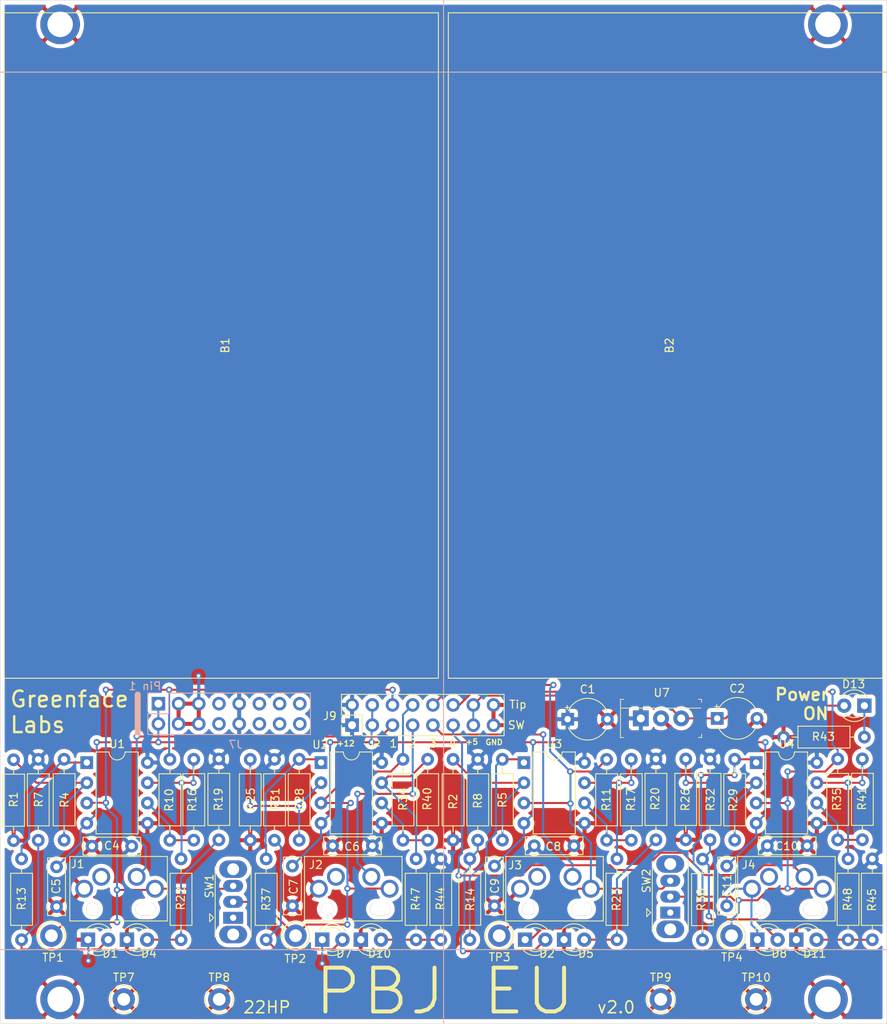
<source format=kicad_pcb>
(kicad_pcb (version 20171130) (host pcbnew "(5.1.2)-1")
  (layers (0 F.Cu signal) (31 B.Cu signal) (34 B.Paste user) (35 F.Paste user) (36 B.SilkS user) (37 F.SilkS user) (38 B.Mask user) (39 F.Mask user) (44 Edge.Cuts user))
  (net 0 "")
  (net 1 "Net-(D13-Pad1)")
  (net 2 Tip1)
  (net 3 GND)
  (net 4 "Net-(J1-Pad3)")
  (net 5 "Net-(J2-Pad3)")
  (net 6 Tip2)
  (net 7 Tip3)
  (net 8 "Net-(J3-Pad3)")
  (net 9 "Net-(J4-Pad3)")
  (net 10 Tip4)
  (net 11 +5V)
  (net 12 -12V)
  (net 13 "Net-(J7-Pad7)")
  (net 14 "Net-(J7-Pad8)")
  (net 15 +12V)
  (net 16 "Net-(J7-Pad11)")
  (net 17 "Net-(J7-Pad12)")
  (net 18 "Net-(J7-Pad13)")
  (net 19 "Net-(J7-Pad14)")
  (net 20 "Net-(J7-Pad15)")
  (net 21 "Net-(J7-Pad16)")
  (net 22 "Net-(D1-Pad2)")
  (net 23 "Net-(D2-Pad2)")
  (net 24 "Net-(D4-Pad2)")
  (net 25 "Net-(D5-Pad2)")
  (net 26 "Net-(D7-Pad2)")
  (net 27 "Net-(D8-Pad2)")
  (net 28 "Net-(D10-Pad2)")
  (net 29 "Net-(D11-Pad2)")
  (net 30 SW1)
  (net 31 SW2)
  (net 32 SW3)
  (net 33 SW4)
  (net 34 "Net-(R1-Pad1)")
  (net 35 "Net-(R2-Pad1)")
  (net 36 "Net-(R13-Pad1)")
  (net 37 "Net-(R14-Pad1)")
  (net 38 "Net-(R10-Pad2)")
  (net 39 "Net-(R11-Pad2)")
  (net 40 "Net-(R16-Pad2)")
  (net 41 "Net-(R17-Pad2)")
  (net 42 "Net-(R25-Pad1)")
  (net 43 "Net-(R26-Pad1)")
  (net 44 "Net-(R28-Pad2)")
  (net 45 "Net-(R29-Pad2)")
  (net 46 "Net-(R34-Pad2)")
  (net 47 "Net-(R35-Pad2)")
  (net 48 "Net-(R40-Pad2)")
  (net 49 "Net-(R41-Pad2)")
  (net 50 "Net-(SW1-Pad1)")
  (net 51 "Net-(SW2-Pad1)")
  (module panel:Proto_400 (layer F.Cu) (at 123.6 73.35 90)
    (fp_text reference B2 (at 0 0.5 90) (layer F.SilkS))
    (fp_text value Breadboard_400)
  )
  (module panel:Proto_400 (layer F.Cu) (at 67.75 73.35 90)
    (fp_text reference B1 (at 0 0.5 90) (layer F.SilkS))
    (fp_text value Breadboard_400)
  )
  (module Capacitor_THT:CP_Radial_Tantal_D5.0mm_P5.00mm (layer F.Cu) (at 111.3 120.3)
    (fp_text reference C1 (at 2.5 -3.75) (layer F.SilkS))
    (fp_text value 10uF)
    (pad 2 thru_hole circle (at 5 0) (size 1.6 1.6) (drill 0.8) (layers *.Cu *.Mask) (net 3 GND))
    (pad 1 thru_hole rect (at 0 0) (size 1.6 1.6) (drill 0.8) (layers *.Cu *.Mask) (net 15 +12V))
  )
  (module Capacitor_THT:C_Rect_L7.0mm_W2.0mm_P5.00mm (layer F.Cu) (at 56.5 136.25 180)
    (fp_text reference C4 (at 2.5 0.05) (layer F.SilkS))
    (fp_text value .1uF)
    (pad 2 thru_hole circle (at 5 0 180) (size 1.6 1.6) (drill 0.8) (layers *.Cu *.Mask) (net 3 GND))
    (pad 1 thru_hole circle (at 0 0 180) (size 1.6 1.6) (drill 0.8) (layers *.Cu *.Mask) (net 15 +12V))
  )
  (module Capacitor_THT:C_Rect_L7.0mm_W2.0mm_P5.00mm (layer F.Cu) (at 47.05 143.85 90)
    (fp_text reference C5 (at 2.55 -0.05 90) (layer F.SilkS))
    (fp_text value .1uF)
    (pad 2 thru_hole circle (at 5 0 90) (size 1.6 1.6) (drill 0.8) (layers *.Cu *.Mask) (net 12 -12V))
    (pad 1 thru_hole circle (at 0 0 90) (size 1.6 1.6) (drill 0.8) (layers *.Cu *.Mask) (net 3 GND))
  )
  (module Capacitor_THT:C_Rect_L7.0mm_W2.0mm_P5.00mm (layer F.Cu) (at 86.75 136.2 180)
    (fp_text reference C6 (at 2.55 -0.1) (layer F.SilkS))
    (fp_text value .1uF)
    (pad 2 thru_hole circle (at 5 0 180) (size 1.6 1.6) (drill 0.8) (layers *.Cu *.Mask) (net 3 GND))
    (pad 1 thru_hole circle (at 0 0 180) (size 1.6 1.6) (drill 0.8) (layers *.Cu *.Mask) (net 15 +12V))
  )
  (module Capacitor_THT:C_Rect_L7.0mm_W2.0mm_P5.00mm (layer F.Cu) (at 76.7 143.75 90)
    (fp_text reference C7 (at 2.4 0.15 90) (layer F.SilkS))
    (fp_text value .1uF)
    (pad 2 thru_hole circle (at 5 0 90) (size 1.6 1.6) (drill 0.8) (layers *.Cu *.Mask) (net 12 -12V))
    (pad 1 thru_hole circle (at 0 0 90) (size 1.6 1.6) (drill 0.8) (layers *.Cu *.Mask) (net 3 GND))
  )
  (module Capacitor_THT:C_Rect_L7.0mm_W2.0mm_P5.00mm (layer F.Cu) (at 107.1 136.2)
    (fp_text reference C8 (at 2.4 0.1) (layer F.SilkS))
    (fp_text value .1uF)
    (pad 2 thru_hole circle (at 5 0) (size 1.6 1.6) (drill 0.8) (layers *.Cu *.Mask) (net 3 GND))
    (pad 1 thru_hole circle (at 0 0) (size 1.6 1.6) (drill 0.8) (layers *.Cu *.Mask) (net 15 +12V))
  )
  (module Capacitor_THT:C_Rect_L7.0mm_W2.0mm_P5.00mm (layer F.Cu) (at 102.1 143.75 90)
    (fp_text reference C9 (at 2.5 0.05 90) (layer F.SilkS))
    (fp_text value .1uF)
    (pad 2 thru_hole circle (at 5 0 90) (size 1.6 1.6) (drill 0.8) (layers *.Cu *.Mask) (net 12 -12V))
    (pad 1 thru_hole circle (at 0 0 90) (size 1.6 1.6) (drill 0.8) (layers *.Cu *.Mask) (net 3 GND))
  )
  (module Capacitor_THT:C_Rect_L7.0mm_W2.0mm_P5.00mm (layer F.Cu) (at 136.4 136.2)
    (fp_text reference C10 (at 2.45 0.05) (layer F.SilkS))
    (fp_text value .1uF)
    (pad 2 thru_hole circle (at 5 0) (size 1.6 1.6) (drill 0.8) (layers *.Cu *.Mask) (net 3 GND))
    (pad 1 thru_hole circle (at 0 0) (size 1.6 1.6) (drill 0.8) (layers *.Cu *.Mask) (net 15 +12V))
  )
  (module Capacitor_THT:C_Rect_L7.0mm_W2.0mm_P5.00mm (layer F.Cu) (at 131.3 143.75 90)
    (fp_text reference C11 (at 2.55 0.05 90) (layer F.SilkS))
    (fp_text value .1uF)
    (pad 2 thru_hole circle (at 5 0 90) (size 1.6 1.6) (drill 0.8) (layers *.Cu *.Mask) (net 12 -12V))
    (pad 1 thru_hole circle (at 0 0 90) (size 1.6 1.6) (drill 0.8) (layers *.Cu *.Mask) (net 3 GND))
  )
  (module LED_THT:LED_D3.0mm (layer F.Cu) (at 51 148)
    (fp_text reference D1 (at 2.8 1.75) (layer F.SilkS))
    (fp_text value LED)
    (pad 2 thru_hole circle (at 2.54 0) (size 1.8 1.8) (drill 0.9) (layers *.Cu *.Mask) (net 22 "Net-(D1-Pad2)"))
    (pad 1 thru_hole rect (at 0 0) (size 1.8 1.8) (drill 0.9) (layers *.Cu *.Mask) (net 3 GND))
  )
  (module LED_THT:LED_D3.0mm (layer F.Cu) (at 105.95 148)
    (fp_text reference D2 (at 2.75 1.75) (layer F.SilkS))
    (fp_text value LED)
    (pad 2 thru_hole circle (at 2.54 0) (size 1.8 1.8) (drill 0.9) (layers *.Cu *.Mask) (net 23 "Net-(D2-Pad2)"))
    (pad 1 thru_hole rect (at 0 0) (size 1.8 1.8) (drill 0.9) (layers *.Cu *.Mask) (net 3 GND))
  )
  (module LED_THT:LED_D3.0mm (layer F.Cu) (at 55.9 148)
    (fp_text reference D4 (at 2.75 1.75) (layer F.SilkS))
    (fp_text value LED)
    (pad 2 thru_hole circle (at 2.54 0) (size 1.8 1.8) (drill 0.9) (layers *.Cu *.Mask) (net 24 "Net-(D4-Pad2)"))
    (pad 1 thru_hole rect (at 0 0) (size 1.8 1.8) (drill 0.9) (layers *.Cu *.Mask) (net 3 GND))
  )
  (module LED_THT:LED_D3.0mm (layer F.Cu) (at 110.85 148)
    (fp_text reference D5 (at 2.75 1.75 180) (layer F.SilkS))
    (fp_text value LED)
    (pad 2 thru_hole circle (at 2.54 0) (size 1.8 1.8) (drill 0.9) (layers *.Cu *.Mask) (net 25 "Net-(D5-Pad2)"))
    (pad 1 thru_hole rect (at 0 0) (size 1.8 1.8) (drill 0.9) (layers *.Cu *.Mask) (net 3 GND))
  )
  (module LED_THT:LED_D3.0mm (layer F.Cu) (at 80.45 148)
    (fp_text reference D7 (at 2.75 1.75) (layer F.SilkS))
    (fp_text value LED)
    (pad 2 thru_hole circle (at 2.54 0) (size 1.8 1.8) (drill 0.9) (layers *.Cu *.Mask) (net 26 "Net-(D7-Pad2)"))
    (pad 1 thru_hole rect (at 0 0) (size 1.8 1.8) (drill 0.9) (layers *.Cu *.Mask) (net 3 GND))
  )
  (module LED_THT:LED_D3.0mm (layer F.Cu) (at 135.15 148)
    (fp_text reference D8 (at 2.75 1.75) (layer F.SilkS))
    (fp_text value LED)
    (pad 2 thru_hole circle (at 2.54 0) (size 1.8 1.8) (drill 0.9) (layers *.Cu *.Mask) (net 27 "Net-(D8-Pad2)"))
    (pad 1 thru_hole rect (at 0 0) (size 1.8 1.8) (drill 0.9) (layers *.Cu *.Mask) (net 3 GND))
  )
  (module LED_THT:LED_D3.0mm (layer F.Cu) (at 85.3 148)
    (fp_text reference D10 (at 2.35 1.75 180) (layer F.SilkS))
    (fp_text value LED)
    (pad 2 thru_hole circle (at 2.54 0) (size 1.8 1.8) (drill 0.9) (layers *.Cu *.Mask) (net 28 "Net-(D10-Pad2)"))
    (pad 1 thru_hole rect (at 0 0) (size 1.8 1.8) (drill 0.9) (layers *.Cu *.Mask) (net 3 GND))
  )
  (module LED_THT:LED_D3.0mm (layer F.Cu) (at 140.05 148)
    (fp_text reference D11 (at 2.3 1.75) (layer F.SilkS))
    (fp_text value LED)
    (pad 2 thru_hole circle (at 2.54 0) (size 1.8 1.8) (drill 0.9) (layers *.Cu *.Mask) (net 29 "Net-(D11-Pad2)"))
    (pad 1 thru_hole rect (at 0 0) (size 1.8 1.8) (drill 0.9) (layers *.Cu *.Mask) (net 3 GND))
  )
  (module LED_THT:LED_D3.0mm (layer F.Cu) (at 148.6 118.6 180)
    (fp_text reference D13 (at 1.35 2.7) (layer F.SilkS))
    (fp_text value LED)
    (pad 2 thru_hole circle (at 2.54 0 180) (size 1.8 1.8) (drill 0.9) (layers *.Cu *.Mask) (net 11 +5V))
    (pad 1 thru_hole rect (at 0 0 180) (size 1.8 1.8) (drill 0.9) (layers *.Cu *.Mask) (net 1 "Net-(D13-Pad1)"))
  )
  (module panel:MountingHole_3.2mm_M3_SmPad (layer F.Cu) (at 47.5 155.5)
    (fp_text reference H1 (at 0.05 -0.05) (layer F.SilkS))
    (fp_text value MountingHole_Pad)
    (pad 1 thru_hole circle (at 0 0) (size 5 5) (drill 3.2) (layers *.Cu *.Mask) (net 3 GND))
  )
  (module panel:MountingHole_3.2mm_M3_SmPad (layer F.Cu) (at 144.02 155.5)
    (fp_text reference H2 (at -0.02 -0.05) (layer F.SilkS))
    (fp_text value MountingHole_Pad)
    (pad 1 thru_hole circle (at 0 0) (size 5 5) (drill 3.2) (layers *.Cu *.Mask) (net 3 GND))
  )
  (module panel:MountingHole_3.2mm_M3_SmPad (layer F.Cu) (at 144.02 33)
    (fp_text reference H3 (at 0.03 0.05) (layer F.SilkS))
    (fp_text value MountingHole_Pad)
    (pad 1 thru_hole circle (at 0 0) (size 5 5) (drill 3.2) (layers *.Cu *.Mask) (net 3 GND))
  )
  (module panel:MountingHole_3.2mm_M3_SmPad (layer F.Cu) (at 47.5 33)
    (fp_text reference H4 (at 0 0) (layer F.SilkS))
    (fp_text value MountingHole_Pad)
    (pad 1 thru_hole circle (at 0 0) (size 5 5) (drill 3.2) (layers *.Cu *.Mask) (net 3 GND))
  )
  (module sputterizer:Molex-0472570001 (layer F.Cu) (at 54.85 141.6)
    (fp_text reference J1 (at -5.15 -3.1) (layer F.SilkS))
    (fp_text value Molex_47257-spankulator-rescue hide)
    (pad 6 thru_hole circle (at -3.27 2.55) (size 1.6 1.6) (drill 1.6) (layers *.Cu *.Mask))
    (pad 5 thru_hole oval (at 3.41 2.55) (size 2.6 1.6) (drill oval 2.6 1.6) (layers *.Cu *.Mask))
    (pad 2 thru_hole circle (at 4.57 0) (size 2.25 2.25) (drill 1.5) (layers *.Cu *.Mask) (net 2 Tip1))
    (pad 4 thru_hole circle (at 2.27 -1.5) (size 2.25 2.25) (drill 1.5) (layers *.Cu *.Mask) (net 30 SW1))
    (pad 3 thru_hole circle (at -2.18 -1.5) (size 2.25 2.25) (drill 1.5) (layers *.Cu *.Mask) (net 4 "Net-(J1-Pad3)"))
    (pad 1 thru_hole circle (at -4.33 0) (size 2.25 2.25) (drill 1.5) (layers *.Cu *.Mask) (net 3 GND))
  )
  (module sputterizer:Molex-0472570001 (layer F.Cu) (at 84.35 141.6)
    (fp_text reference J2 (at -4.7 -3) (layer F.SilkS))
    (fp_text value Molex_47257-spankulator-rescue hide)
    (pad 6 thru_hole circle (at -3.27 2.55) (size 1.6 1.6) (drill 1.6) (layers *.Cu *.Mask))
    (pad 5 thru_hole oval (at 3.41 2.55) (size 2.6 1.6) (drill oval 2.6 1.6) (layers *.Cu *.Mask))
    (pad 2 thru_hole circle (at 4.57 0) (size 2.25 2.25) (drill 1.5) (layers *.Cu *.Mask) (net 6 Tip2))
    (pad 4 thru_hole circle (at 2.27 -1.5) (size 2.25 2.25) (drill 1.5) (layers *.Cu *.Mask) (net 31 SW2))
    (pad 3 thru_hole circle (at -2.18 -1.5) (size 2.25 2.25) (drill 1.5) (layers *.Cu *.Mask) (net 5 "Net-(J2-Pad3)"))
    (pad 1 thru_hole circle (at -4.33 0) (size 2.25 2.25) (drill 1.5) (layers *.Cu *.Mask) (net 3 GND))
  )
  (module sputterizer:Molex-0472570001 (layer F.Cu) (at 109.65 141.6)
    (fp_text reference J3 (at -4.95 -2.95) (layer F.SilkS))
    (fp_text value Molex_47257-spankulator-rescue hide)
    (pad 6 thru_hole circle (at -3.27 2.55) (size 1.6 1.6) (drill 1.6) (layers *.Cu *.Mask))
    (pad 5 thru_hole oval (at 3.41 2.55) (size 2.6 1.6) (drill oval 2.6 1.6) (layers *.Cu *.Mask))
    (pad 2 thru_hole circle (at 4.57 0) (size 2.25 2.25) (drill 1.5) (layers *.Cu *.Mask) (net 7 Tip3))
    (pad 4 thru_hole circle (at 2.27 -1.5) (size 2.25 2.25) (drill 1.5) (layers *.Cu *.Mask) (net 32 SW3))
    (pad 3 thru_hole circle (at -2.18 -1.5) (size 2.25 2.25) (drill 1.5) (layers *.Cu *.Mask) (net 8 "Net-(J3-Pad3)"))
    (pad 1 thru_hole circle (at -4.33 0) (size 2.25 2.25) (drill 1.5) (layers *.Cu *.Mask) (net 3 GND))
  )
  (module sputterizer:Molex-0472570001 (layer F.Cu) (at 138.8 141.6)
    (fp_text reference J4 (at -4.75 -3) (layer F.SilkS))
    (fp_text value Molex_47257-spankulator-rescue hide)
    (pad 6 thru_hole circle (at -3.27 2.55) (size 1.6 1.6) (drill 1.6) (layers *.Cu *.Mask))
    (pad 5 thru_hole oval (at 3.41 2.55) (size 2.6 1.6) (drill oval 2.6 1.6) (layers *.Cu *.Mask))
    (pad 2 thru_hole circle (at 4.57 0) (size 2.25 2.25) (drill 1.5) (layers *.Cu *.Mask) (net 10 Tip4))
    (pad 4 thru_hole circle (at 2.27 -1.5) (size 2.25 2.25) (drill 1.5) (layers *.Cu *.Mask) (net 33 SW4))
    (pad 3 thru_hole circle (at -2.18 -1.5) (size 2.25 2.25) (drill 1.5) (layers *.Cu *.Mask) (net 9 "Net-(J4-Pad3)"))
    (pad 1 thru_hole circle (at -4.33 0) (size 2.25 2.25) (drill 1.5) (layers *.Cu *.Mask) (net 3 GND))
  )
  (module Connector_PinHeader_2.54mm:PinHeader_2x08_P2.54mm_Vertical (layer B.Cu) (at 59.85 118.35 270)
    (fp_text reference J7 (at 5.15 -9.7) (layer B.SilkS) (effects (justify mirror)))
    (fp_text value Conn_02x08_Odd_Even)
    (pad 16 thru_hole oval (at 2.54 -17.78 270) (size 1.7 1.7) (drill 1) (layers *.Cu *.Mask) (net 21 "Net-(J7-Pad16)"))
    (pad 15 thru_hole oval (at 0 -17.78 270) (size 1.7 1.7) (drill 1) (layers *.Cu *.Mask) (net 20 "Net-(J7-Pad15)"))
    (pad 14 thru_hole oval (at 2.54 -15.24 270) (size 1.7 1.7) (drill 1) (layers *.Cu *.Mask) (net 19 "Net-(J7-Pad14)"))
    (pad 13 thru_hole oval (at 0 -15.24 270) (size 1.7 1.7) (drill 1) (layers *.Cu *.Mask) (net 18 "Net-(J7-Pad13)"))
    (pad 12 thru_hole oval (at 2.54 -12.7 270) (size 1.7 1.7) (drill 1) (layers *.Cu *.Mask) (net 17 "Net-(J7-Pad12)"))
    (pad 11 thru_hole oval (at 0 -12.7 270) (size 1.7 1.7) (drill 1) (layers *.Cu *.Mask) (net 16 "Net-(J7-Pad11)"))
    (pad 10 thru_hole oval (at 2.54 -10.16 270) (size 1.7 1.7) (drill 1) (layers *.Cu *.Mask) (net 15 +12V))
    (pad 9 thru_hole oval (at 0 -10.16 270) (size 1.7 1.7) (drill 1) (layers *.Cu *.Mask) (net 15 +12V))
    (pad 8 thru_hole oval (at 2.54 -7.62 270) (size 1.7 1.7) (drill 1) (layers *.Cu *.Mask) (net 14 "Net-(J7-Pad8)"))
    (pad 7 thru_hole oval (at 0 -7.62 270) (size 1.7 1.7) (drill 1) (layers *.Cu *.Mask) (net 13 "Net-(J7-Pad7)"))
    (pad 6 thru_hole oval (at 2.54 -5.08 270) (size 1.7 1.7) (drill 1) (layers *.Cu *.Mask) (net 3 GND))
    (pad 5 thru_hole oval (at 0 -5.08 270) (size 1.7 1.7) (drill 1) (layers *.Cu *.Mask) (net 3 GND))
    (pad 4 thru_hole oval (at 2.54 -2.54 270) (size 1.7 1.7) (drill 1) (layers *.Cu *.Mask) (net 3 GND))
    (pad 3 thru_hole oval (at 0 -2.54 270) (size 1.7 1.7) (drill 1) (layers *.Cu *.Mask) (net 3 GND))
    (pad 2 thru_hole oval (at 2.54 0 270) (size 1.7 1.7) (drill 1) (layers *.Cu *.Mask) (net 12 -12V))
    (pad 1 thru_hole rect (at 0 0 270) (size 1.7 1.7) (drill 1) (layers *.Cu *.Mask) (net 12 -12V))
  )
  (module Resistor_THT:R_Axial_DIN0207_L6.3mm_D2.5mm_P10.16mm_Horizontal (layer F.Cu) (at 41.65 125.4 270)
    (fp_text reference R1 (at 5 0 90) (layer F.SilkS))
    (fp_text value 91K)
    (pad 2 thru_hole oval (at 10.16 0 270) (size 1.6 1.6) (drill 0.8) (layers *.Cu *.Mask) (net 3 GND))
    (pad 1 thru_hole circle (at 0 0 270) (size 1.6 1.6) (drill 0.8) (layers *.Cu *.Mask) (net 34 "Net-(R1-Pad1)"))
  )
  (module Resistor_THT:R_Axial_DIN0207_L6.3mm_D2.5mm_P10.16mm_Horizontal (layer F.Cu) (at 96.9 125.35 270)
    (fp_text reference R2 (at 5.3 0 90) (layer F.SilkS))
    (fp_text value 91K)
    (pad 2 thru_hole oval (at 10.16 0 270) (size 1.6 1.6) (drill 0.8) (layers *.Cu *.Mask) (net 3 GND))
    (pad 1 thru_hole circle (at 0 0 270) (size 1.6 1.6) (drill 0.8) (layers *.Cu *.Mask) (net 35 "Net-(R2-Pad1)"))
  )
  (module Resistor_THT:R_Axial_DIN0207_L6.3mm_D2.5mm_P10.16mm_Horizontal (layer F.Cu) (at 48 135.5 90)
    (fp_text reference R4 (at 5.05 0.05 90) (layer F.SilkS))
    (fp_text value 200K)
    (pad 2 thru_hole oval (at 10.16 0 90) (size 1.6 1.6) (drill 0.8) (layers *.Cu *.Mask) (net 36 "Net-(R13-Pad1)"))
    (pad 1 thru_hole circle (at 0 0 90) (size 1.6 1.6) (drill 0.8) (layers *.Cu *.Mask) (net 34 "Net-(R1-Pad1)"))
  )
  (module Resistor_THT:R_Axial_DIN0207_L6.3mm_D2.5mm_P10.16mm_Horizontal (layer F.Cu) (at 103.1 135.5 90)
    (fp_text reference R5 (at 5.05 0 90) (layer F.SilkS))
    (fp_text value 200K)
    (pad 2 thru_hole oval (at 10.16 0 90) (size 1.6 1.6) (drill 0.8) (layers *.Cu *.Mask) (net 37 "Net-(R14-Pad1)"))
    (pad 1 thru_hole circle (at 0 0 90) (size 1.6 1.6) (drill 0.8) (layers *.Cu *.Mask) (net 35 "Net-(R2-Pad1)"))
  )
  (module Resistor_THT:R_Axial_DIN0207_L6.3mm_D2.5mm_P10.16mm_Horizontal (layer F.Cu) (at 44.75 125.35 270)
    (fp_text reference R7 (at 5.05 -0.05 90) (layer F.SilkS))
    (fp_text value 20K)
    (pad 2 thru_hole oval (at 10.16 0 270) (size 1.6 1.6) (drill 0.8) (layers *.Cu *.Mask) (net 22 "Net-(D1-Pad2)"))
    (pad 1 thru_hole circle (at 0 0 270) (size 1.6 1.6) (drill 0.8) (layers *.Cu *.Mask) (net 15 +12V))
  )
  (module Resistor_THT:R_Axial_DIN0207_L6.3mm_D2.5mm_P10.16mm_Horizontal (layer F.Cu) (at 100 125.35 270)
    (fp_text reference R8 (at 5.2 0 90) (layer F.SilkS))
    (fp_text value 20K)
    (pad 2 thru_hole oval (at 10.16 0 270) (size 1.6 1.6) (drill 0.8) (layers *.Cu *.Mask) (net 23 "Net-(D2-Pad2)"))
    (pad 1 thru_hole circle (at 0 0 270) (size 1.6 1.6) (drill 0.8) (layers *.Cu *.Mask) (net 15 +12V))
  )
  (module Resistor_THT:R_Axial_DIN0207_L6.3mm_D2.5mm_P10.16mm_Horizontal (layer F.Cu) (at 61.3 125.35 270)
    (fp_text reference R10 (at 5.1 0.1 90) (layer F.SilkS))
    (fp_text value 100K)
    (pad 2 thru_hole oval (at 10.16 0 270) (size 1.6 1.6) (drill 0.8) (layers *.Cu *.Mask) (net 38 "Net-(R10-Pad2)"))
    (pad 1 thru_hole circle (at 0 0 270) (size 1.6 1.6) (drill 0.8) (layers *.Cu *.Mask) (net 2 Tip1))
  )
  (module Resistor_THT:R_Axial_DIN0207_L6.3mm_D2.5mm_P10.16mm_Horizontal (layer F.Cu) (at 116.2 125.35 270)
    (fp_text reference R11 (at 5.05 0.05 90) (layer F.SilkS))
    (fp_text value 100K)
    (pad 2 thru_hole oval (at 10.16 0 270) (size 1.6 1.6) (drill 0.8) (layers *.Cu *.Mask) (net 39 "Net-(R11-Pad2)"))
    (pad 1 thru_hole circle (at 0 0 270) (size 1.6 1.6) (drill 0.8) (layers *.Cu *.Mask) (net 7 Tip3))
  )
  (module Resistor_THT:R_Axial_DIN0207_L6.3mm_D2.5mm_P10.16mm_Horizontal (layer F.Cu) (at 42.65 137.85 270)
    (fp_text reference R13 (at 5 0 90) (layer F.SilkS))
    (fp_text value 100)
    (pad 2 thru_hole oval (at 10.16 0 270) (size 1.6 1.6) (drill 0.8) (layers *.Cu *.Mask) (net 22 "Net-(D1-Pad2)"))
    (pad 1 thru_hole circle (at 0 0 270) (size 1.6 1.6) (drill 0.8) (layers *.Cu *.Mask) (net 36 "Net-(R13-Pad1)"))
  )
  (module Resistor_THT:R_Axial_DIN0207_L6.3mm_D2.5mm_P10.16mm_Horizontal (layer F.Cu) (at 99 148 90)
    (fp_text reference R14 (at 5.05 0.05 90) (layer F.SilkS))
    (fp_text value 100)
    (pad 2 thru_hole oval (at 10.16 0 90) (size 1.6 1.6) (drill 0.8) (layers *.Cu *.Mask) (net 23 "Net-(D2-Pad2)"))
    (pad 1 thru_hole circle (at 0 0 90) (size 1.6 1.6) (drill 0.8) (layers *.Cu *.Mask) (net 37 "Net-(R14-Pad1)"))
  )
  (module Resistor_THT:R_Axial_DIN0207_L6.3mm_D2.5mm_P10.16mm_Horizontal (layer F.Cu) (at 64.3 135.5 90)
    (fp_text reference R16 (at 5.05 -0.2 90) (layer F.SilkS))
    (fp_text value 330K)
    (pad 2 thru_hole oval (at 10.16 0 90) (size 1.6 1.6) (drill 0.8) (layers *.Cu *.Mask) (net 40 "Net-(R16-Pad2)"))
    (pad 1 thru_hole circle (at 0 0 90) (size 1.6 1.6) (drill 0.8) (layers *.Cu *.Mask) (net 38 "Net-(R10-Pad2)"))
  )
  (module Resistor_THT:R_Axial_DIN0207_L6.3mm_D2.5mm_P10.16mm_Horizontal (layer F.Cu) (at 119.3 135.5 90)
    (fp_text reference R17 (at 5.1 -0.05 90) (layer F.SilkS))
    (fp_text value 330K)
    (pad 2 thru_hole oval (at 10.16 0 90) (size 1.6 1.6) (drill 0.8) (layers *.Cu *.Mask) (net 41 "Net-(R17-Pad2)"))
    (pad 1 thru_hole circle (at 0 0 90) (size 1.6 1.6) (drill 0.8) (layers *.Cu *.Mask) (net 39 "Net-(R11-Pad2)"))
  )
  (module Resistor_THT:R_Axial_DIN0207_L6.3mm_D2.5mm_P10.16mm_Horizontal (layer F.Cu) (at 67.45 125.3 270)
    (fp_text reference R19 (at 5.08 0.05 90) (layer F.SilkS))
    (fp_text value 20K)
    (pad 2 thru_hole oval (at 10.16 0 270) (size 1.6 1.6) (drill 0.8) (layers *.Cu *.Mask) (net 24 "Net-(D4-Pad2)"))
    (pad 1 thru_hole circle (at 0 0 270) (size 1.6 1.6) (drill 0.8) (layers *.Cu *.Mask) (net 15 +12V))
  )
  (module Resistor_THT:R_Axial_DIN0207_L6.3mm_D2.5mm_P10.16mm_Horizontal (layer F.Cu) (at 122.4 125.3 270)
    (fp_text reference R20 (at 5 0.1 90) (layer F.SilkS))
    (fp_text value 20K)
    (pad 2 thru_hole oval (at 10.16 0 270) (size 1.6 1.6) (drill 0.8) (layers *.Cu *.Mask) (net 25 "Net-(D5-Pad2)"))
    (pad 1 thru_hole circle (at 0 0 270) (size 1.6 1.6) (drill 0.8) (layers *.Cu *.Mask) (net 15 +12V))
  )
  (module Resistor_THT:R_Axial_DIN0207_L6.3mm_D2.5mm_P10.16mm_Horizontal (layer F.Cu) (at 62.7 137.85 270)
    (fp_text reference R22 (at 5 0.05 90) (layer F.SilkS))
    (fp_text value 100)
    (pad 2 thru_hole oval (at 10.16 0 270) (size 1.6 1.6) (drill 0.8) (layers *.Cu *.Mask) (net 24 "Net-(D4-Pad2)"))
    (pad 1 thru_hole circle (at 0 0 270) (size 1.6 1.6) (drill 0.8) (layers *.Cu *.Mask) (net 40 "Net-(R16-Pad2)"))
  )
  (module Resistor_THT:R_Axial_DIN0207_L6.3mm_D2.5mm_P10.16mm_Horizontal (layer F.Cu) (at 117.5 137.85 270)
    (fp_text reference R23 (at 5.1 0.05 90) (layer F.SilkS))
    (fp_text value 100)
    (pad 2 thru_hole oval (at 10.16 0 270) (size 1.6 1.6) (drill 0.8) (layers *.Cu *.Mask) (net 25 "Net-(D5-Pad2)"))
    (pad 1 thru_hole circle (at 0 0 270) (size 1.6 1.6) (drill 0.8) (layers *.Cu *.Mask) (net 41 "Net-(R17-Pad2)"))
  )
  (module Resistor_THT:R_Axial_DIN0207_L6.3mm_D2.5mm_P10.16mm_Horizontal (layer F.Cu) (at 71.4 125.35 270)
    (fp_text reference R25 (at 5 -0.05 90) (layer F.SilkS))
    (fp_text value 91K)
    (pad 2 thru_hole oval (at 10.16 0 270) (size 1.6 1.6) (drill 0.8) (layers *.Cu *.Mask) (net 3 GND))
    (pad 1 thru_hole circle (at 0 0 270) (size 1.6 1.6) (drill 0.8) (layers *.Cu *.Mask) (net 42 "Net-(R25-Pad1)"))
  )
  (module Resistor_THT:R_Axial_DIN0207_L6.3mm_D2.5mm_P10.16mm_Horizontal (layer F.Cu) (at 126.15 125.3 270)
    (fp_text reference R26 (at 5.1 0.05 90) (layer F.SilkS))
    (fp_text value 91K)
    (pad 2 thru_hole oval (at 10.16 0 270) (size 1.6 1.6) (drill 0.8) (layers *.Cu *.Mask) (net 3 GND))
    (pad 1 thru_hole circle (at 0 0 270) (size 1.6 1.6) (drill 0.8) (layers *.Cu *.Mask) (net 43 "Net-(R26-Pad1)"))
  )
  (module Resistor_THT:R_Axial_DIN0207_L6.3mm_D2.5mm_P10.16mm_Horizontal (layer F.Cu) (at 77.55 135.5 90)
    (fp_text reference R28 (at 5.1 0.05 90) (layer F.SilkS))
    (fp_text value 200K)
    (pad 2 thru_hole oval (at 10.16 0 90) (size 1.6 1.6) (drill 0.8) (layers *.Cu *.Mask) (net 44 "Net-(R28-Pad2)"))
    (pad 1 thru_hole circle (at 0 0 90) (size 1.6 1.6) (drill 0.8) (layers *.Cu *.Mask) (net 42 "Net-(R25-Pad1)"))
  )
  (module Resistor_THT:R_Axial_DIN0207_L6.3mm_D2.5mm_P10.16mm_Horizontal (layer F.Cu) (at 132.3 135.5 90)
    (fp_text reference R29 (at 5.05 -0.2 90) (layer F.SilkS))
    (fp_text value 200K)
    (pad 2 thru_hole oval (at 10.16 0 90) (size 1.6 1.6) (drill 0.8) (layers *.Cu *.Mask) (net 45 "Net-(R29-Pad2)"))
    (pad 1 thru_hole circle (at 0 0 90) (size 1.6 1.6) (drill 0.8) (layers *.Cu *.Mask) (net 43 "Net-(R26-Pad1)"))
  )
  (module Resistor_THT:R_Axial_DIN0207_L6.3mm_D2.5mm_P10.16mm_Horizontal (layer F.Cu) (at 74.45 125.35 270)
    (fp_text reference R31 (at 5 -0.1 90) (layer F.SilkS))
    (fp_text value 20K)
    (pad 2 thru_hole oval (at 10.16 0 270) (size 1.6 1.6) (drill 0.8) (layers *.Cu *.Mask) (net 26 "Net-(D7-Pad2)"))
    (pad 1 thru_hole circle (at 0 0 270) (size 1.6 1.6) (drill 0.8) (layers *.Cu *.Mask) (net 15 +12V))
  )
  (module Resistor_THT:R_Axial_DIN0207_L6.3mm_D2.5mm_P10.16mm_Horizontal (layer F.Cu) (at 129.2 125.3 270)
    (fp_text reference R32 (at 5.1 -0.05 90) (layer F.SilkS))
    (fp_text value 20K)
    (pad 2 thru_hole oval (at 10.16 0 270) (size 1.6 1.6) (drill 0.8) (layers *.Cu *.Mask) (net 27 "Net-(D8-Pad2)"))
    (pad 1 thru_hole circle (at 0 0 270) (size 1.6 1.6) (drill 0.8) (layers *.Cu *.Mask) (net 15 +12V))
  )
  (module Resistor_THT:R_Axial_DIN0207_L6.3mm_D2.5mm_P10.16mm_Horizontal (layer F.Cu) (at 90.6 125.35 270)
    (fp_text reference R34 (at 5 0 90) (layer F.SilkS))
    (fp_text value 100K)
    (pad 2 thru_hole oval (at 10.16 0 270) (size 1.6 1.6) (drill 0.8) (layers *.Cu *.Mask) (net 46 "Net-(R34-Pad2)"))
    (pad 1 thru_hole circle (at 0 0 270) (size 1.6 1.6) (drill 0.8) (layers *.Cu *.Mask) (net 6 Tip2))
  )
  (module Resistor_THT:R_Axial_DIN0207_L6.3mm_D2.5mm_P10.16mm_Horizontal (layer F.Cu) (at 145.25 125.3 270)
    (fp_text reference R35 (at 5.05 0.1 90) (layer F.SilkS))
    (fp_text value 100K)
    (pad 2 thru_hole oval (at 10.16 0 270) (size 1.6 1.6) (drill 0.8) (layers *.Cu *.Mask) (net 47 "Net-(R35-Pad2)"))
    (pad 1 thru_hole circle (at 0 0 270) (size 1.6 1.6) (drill 0.8) (layers *.Cu *.Mask) (net 10 Tip4))
  )
  (module Resistor_THT:R_Axial_DIN0207_L6.3mm_D2.5mm_P10.16mm_Horizontal (layer F.Cu) (at 73.4 137.85 270)
    (fp_text reference R37 (at 5.08 0 90) (layer F.SilkS))
    (fp_text value 100)
    (pad 2 thru_hole oval (at 10.16 0 270) (size 1.6 1.6) (drill 0.8) (layers *.Cu *.Mask) (net 26 "Net-(D7-Pad2)"))
    (pad 1 thru_hole circle (at 0 0 270) (size 1.6 1.6) (drill 0.8) (layers *.Cu *.Mask) (net 44 "Net-(R28-Pad2)"))
  )
  (module Resistor_THT:R_Axial_DIN0207_L6.3mm_D2.5mm_P10.16mm_Horizontal (layer F.Cu) (at 128.25 148.05 90)
    (fp_text reference R38 (at 5.1 -0.15 90) (layer F.SilkS))
    (fp_text value 100)
    (pad 2 thru_hole oval (at 10.16 0 90) (size 1.6 1.6) (drill 0.8) (layers *.Cu *.Mask) (net 27 "Net-(D8-Pad2)"))
    (pad 1 thru_hole circle (at 0 0 90) (size 1.6 1.6) (drill 0.8) (layers *.Cu *.Mask) (net 45 "Net-(R29-Pad2)"))
  )
  (module Resistor_THT:R_Axial_DIN0207_L6.3mm_D2.5mm_P10.16mm_Horizontal (layer F.Cu) (at 93.7 135.5 90)
    (fp_text reference R40 (at 5.2 -0.05 90) (layer F.SilkS))
    (fp_text value 330K)
    (pad 2 thru_hole oval (at 10.16 0 90) (size 1.6 1.6) (drill 0.8) (layers *.Cu *.Mask) (net 48 "Net-(R40-Pad2)"))
    (pad 1 thru_hole circle (at 0 0 90) (size 1.6 1.6) (drill 0.8) (layers *.Cu *.Mask) (net 46 "Net-(R34-Pad2)"))
  )
  (module Resistor_THT:R_Axial_DIN0207_L6.3mm_D2.5mm_P10.16mm_Horizontal (layer F.Cu) (at 148.35 135.45 90)
    (fp_text reference R41 (at 5.15 -0.05 90) (layer F.SilkS))
    (fp_text value 330K)
    (pad 2 thru_hole oval (at 10.16 0 90) (size 1.6 1.6) (drill 0.8) (layers *.Cu *.Mask) (net 49 "Net-(R41-Pad2)"))
    (pad 1 thru_hole circle (at 0 0 90) (size 1.6 1.6) (drill 0.8) (layers *.Cu *.Mask) (net 47 "Net-(R35-Pad2)"))
  )
  (module Resistor_THT:R_Axial_DIN0207_L6.3mm_D2.5mm_P10.16mm_Horizontal (layer F.Cu) (at 148.6 122.55 180)
    (fp_text reference R43 (at 5.15 0.05) (layer F.SilkS))
    (fp_text value 2.2K)
    (pad 2 thru_hole oval (at 10.16 0 180) (size 1.6 1.6) (drill 0.8) (layers *.Cu *.Mask) (net 3 GND))
    (pad 1 thru_hole circle (at 0 0 180) (size 1.6 1.6) (drill 0.8) (layers *.Cu *.Mask) (net 1 "Net-(D13-Pad1)"))
  )
  (module Resistor_THT:R_Axial_DIN0207_L6.3mm_D2.5mm_P10.16mm_Horizontal (layer F.Cu) (at 95.35 137.85 270)
    (fp_text reference R44 (at 5 0.05 90) (layer F.SilkS))
    (fp_text value 20K)
    (pad 2 thru_hole oval (at 10.16 0 270) (size 1.6 1.6) (drill 0.8) (layers *.Cu *.Mask) (net 28 "Net-(D10-Pad2)"))
    (pad 1 thru_hole circle (at 0 0 270) (size 1.6 1.6) (drill 0.8) (layers *.Cu *.Mask) (net 15 +12V))
  )
  (module Resistor_THT:R_Axial_DIN0207_L6.3mm_D2.5mm_P10.16mm_Horizontal (layer F.Cu) (at 149.6 137.85 270)
    (fp_text reference R45 (at 5.15 0.05 90) (layer F.SilkS))
    (fp_text value 20K)
    (pad 2 thru_hole oval (at 10.16 0 270) (size 1.6 1.6) (drill 0.8) (layers *.Cu *.Mask) (net 29 "Net-(D11-Pad2)"))
    (pad 1 thru_hole circle (at 0 0 270) (size 1.6 1.6) (drill 0.8) (layers *.Cu *.Mask) (net 15 +12V))
  )
  (module Resistor_THT:R_Axial_DIN0207_L6.3mm_D2.5mm_P10.16mm_Horizontal (layer F.Cu) (at 92.25 137.85 270)
    (fp_text reference R47 (at 5.05 0.05 90) (layer F.SilkS))
    (fp_text value 100)
    (pad 2 thru_hole oval (at 10.16 0 270) (size 1.6 1.6) (drill 0.8) (layers *.Cu *.Mask) (net 28 "Net-(D10-Pad2)"))
    (pad 1 thru_hole circle (at 0 0 270) (size 1.6 1.6) (drill 0.8) (layers *.Cu *.Mask) (net 48 "Net-(R40-Pad2)"))
  )
  (module Resistor_THT:R_Axial_DIN0207_L6.3mm_D2.5mm_P10.16mm_Horizontal (layer F.Cu) (at 146.55 137.85 270)
    (fp_text reference R48 (at 5.08 0.05 90) (layer F.SilkS))
    (fp_text value 100)
    (pad 2 thru_hole oval (at 10.16 0 270) (size 1.6 1.6) (drill 0.8) (layers *.Cu *.Mask) (net 29 "Net-(D11-Pad2)"))
    (pad 1 thru_hole circle (at 0 0 270) (size 1.6 1.6) (drill 0.8) (layers *.Cu *.Mask) (net 49 "Net-(R41-Pad2)"))
  )
  (module TestPoint:TestPoint_Keystone_5005-5009_Compact (layer F.Cu) (at 46.4 147.5)
    (fp_text reference TP1 (at 0.2 2.75) (layer F.SilkS))
    (fp_text value TestPoint)
    (pad 1 thru_hole circle (at 0 0) (size 2.8 2.8) (drill 1.6) (layers *.Cu *.Mask) (net 2 Tip1))
  )
  (module TestPoint:TestPoint_Keystone_5005-5009_Compact (layer F.Cu) (at 77.1 147.5)
    (fp_text reference TP2 (at -0.05 2.9) (layer F.SilkS))
    (fp_text value TestPoint)
    (pad 1 thru_hole circle (at 0 0) (size 2.8 2.8) (drill 1.6) (layers *.Cu *.Mask) (net 6 Tip2))
  )
  (module TestPoint:TestPoint_Keystone_5005-5009_Compact (layer F.Cu) (at 102.7 147.5)
    (fp_text reference TP3 (at 0.05 2.7) (layer F.SilkS))
    (fp_text value TestPoint)
    (pad 1 thru_hole circle (at 0 0) (size 2.8 2.8) (drill 1.6) (layers *.Cu *.Mask) (net 7 Tip3))
  )
  (module TestPoint:TestPoint_Keystone_5005-5009_Compact (layer F.Cu) (at 131.9 147.5)
    (fp_text reference TP4 (at 0.05 2.7) (layer F.SilkS))
    (fp_text value TestPoint)
    (pad 1 thru_hole circle (at 0 0) (size 2.8 2.8) (drill 1.6) (layers *.Cu *.Mask) (net 10 Tip4))
  )
  (module TestPoint:TestPoint_Keystone_5005-5009_Compact (layer F.Cu) (at 55.5 155.5)
    (fp_text reference TP7 (at 0 -2.75) (layer F.SilkS))
    (fp_text value TestPoint)
    (pad 1 thru_hole circle (at 0 0) (size 2.8 2.8) (drill 1.6) (layers *.Cu *.Mask) (net 3 GND))
  )
  (module TestPoint:TestPoint_Keystone_5005-5009_Compact (layer F.Cu) (at 67.5 155.5)
    (fp_text reference TP8 (at 0 -2.75) (layer F.SilkS))
    (fp_text value TestPoint)
    (pad 1 thru_hole circle (at 0 0) (size 2.8 2.8) (drill 1.6) (layers *.Cu *.Mask) (net 3 GND))
  )
  (module TestPoint:TestPoint_Keystone_5005-5009_Compact (layer F.Cu) (at 123 155.5)
    (fp_text reference TP9 (at 0 -2.75) (layer F.SilkS))
    (fp_text value TestPoint)
    (pad 1 thru_hole circle (at 0 0) (size 2.8 2.8) (drill 1.6) (layers *.Cu *.Mask) (net 3 GND))
  )
  (module TestPoint:TestPoint_Keystone_5005-5009_Compact (layer F.Cu) (at 135 155.5)
    (fp_text reference TP10 (at 0 -2.75) (layer F.SilkS))
    (fp_text value TestPoint)
    (pad 1 thru_hole circle (at 0 0) (size 2.8 2.8) (drill 1.6) (layers *.Cu *.Mask) (net 3 GND))
  )
  (module digikey-footprints:TO-220-3 (layer F.Cu) (at 120.5 120.2)
    (fp_text reference U7 (at 2.62 -3.22) (layer F.SilkS))
    (fp_text value MC7805CTG)
    (pad 3 thru_hole circle (at 5.08 0) (size 2 2) (drill 1) (layers *.Cu *.Mask) (net 11 +5V))
    (pad 2 thru_hole circle (at 2.54 0) (size 2 2) (drill 1) (layers *.Cu *.Mask) (net 3 GND))
    (pad 1 thru_hole rect (at 0 0) (size 2 2) (drill 1) (layers *.Cu *.Mask) (net 15 +12V))
  )
  (module Package_DIP:DIP-8_W7.62mm (layer F.Cu) (at 50.85 125.75)
    (fp_text reference U1 (at 3.81 -2.33) (layer F.SilkS))
    (fp_text value TL072)
    (pad 8 thru_hole oval (at 7.62 0) (size 1.6 1.6) (drill 0.8) (layers *.Cu *.Mask) (net 15 +12V))
    (pad 4 thru_hole oval (at 0 7.62) (size 1.6 1.6) (drill 0.8) (layers *.Cu *.Mask) (net 12 -12V))
    (pad 7 thru_hole oval (at 7.62 2.54) (size 1.6 1.6) (drill 0.8) (layers *.Cu *.Mask) (net 40 "Net-(R16-Pad2)"))
    (pad 3 thru_hole oval (at 0 5.08) (size 1.6 1.6) (drill 0.8) (layers *.Cu *.Mask) (net 2 Tip1))
    (pad 6 thru_hole oval (at 7.62 5.08) (size 1.6 1.6) (drill 0.8) (layers *.Cu *.Mask) (net 38 "Net-(R10-Pad2)"))
    (pad 2 thru_hole oval (at 0 2.54) (size 1.6 1.6) (drill 0.8) (layers *.Cu *.Mask) (net 34 "Net-(R1-Pad1)"))
    (pad 5 thru_hole oval (at 7.62 7.62) (size 1.6 1.6) (drill 0.8) (layers *.Cu *.Mask) (net 3 GND))
    (pad 1 thru_hole rect (at 0 0) (size 1.6 1.6) (drill 0.8) (layers *.Cu *.Mask) (net 36 "Net-(R13-Pad1)"))
  )
  (module Package_DIP:DIP-8_W7.62mm (layer F.Cu) (at 105.8 125.75)
    (fp_text reference U3 (at 3.81 -2.33) (layer F.SilkS))
    (fp_text value TL072)
    (pad 8 thru_hole oval (at 7.62 0) (size 1.6 1.6) (drill 0.8) (layers *.Cu *.Mask) (net 15 +12V))
    (pad 4 thru_hole oval (at 0 7.62) (size 1.6 1.6) (drill 0.8) (layers *.Cu *.Mask) (net 12 -12V))
    (pad 7 thru_hole oval (at 7.62 2.54) (size 1.6 1.6) (drill 0.8) (layers *.Cu *.Mask) (net 41 "Net-(R17-Pad2)"))
    (pad 3 thru_hole oval (at 0 5.08) (size 1.6 1.6) (drill 0.8) (layers *.Cu *.Mask) (net 7 Tip3))
    (pad 6 thru_hole oval (at 7.62 5.08) (size 1.6 1.6) (drill 0.8) (layers *.Cu *.Mask) (net 39 "Net-(R11-Pad2)"))
    (pad 2 thru_hole oval (at 0 2.54) (size 1.6 1.6) (drill 0.8) (layers *.Cu *.Mask) (net 35 "Net-(R2-Pad1)"))
    (pad 5 thru_hole oval (at 7.62 7.62) (size 1.6 1.6) (drill 0.8) (layers *.Cu *.Mask) (net 3 GND))
    (pad 1 thru_hole rect (at 0 0) (size 1.6 1.6) (drill 0.8) (layers *.Cu *.Mask) (net 37 "Net-(R14-Pad1)"))
  )
  (module Package_DIP:DIP-8_W7.62mm (layer F.Cu) (at 80.3 125.75)
    (fp_text reference U2 (at -0.1 -2.25) (layer F.SilkS))
    (fp_text value TL072)
    (pad 8 thru_hole oval (at 7.62 0) (size 1.6 1.6) (drill 0.8) (layers *.Cu *.Mask) (net 15 +12V))
    (pad 4 thru_hole oval (at 0 7.62) (size 1.6 1.6) (drill 0.8) (layers *.Cu *.Mask) (net 12 -12V))
    (pad 7 thru_hole oval (at 7.62 2.54) (size 1.6 1.6) (drill 0.8) (layers *.Cu *.Mask) (net 48 "Net-(R40-Pad2)"))
    (pad 3 thru_hole oval (at 0 5.08) (size 1.6 1.6) (drill 0.8) (layers *.Cu *.Mask) (net 6 Tip2))
    (pad 6 thru_hole oval (at 7.62 5.08) (size 1.6 1.6) (drill 0.8) (layers *.Cu *.Mask) (net 46 "Net-(R34-Pad2)"))
    (pad 2 thru_hole oval (at 0 2.54) (size 1.6 1.6) (drill 0.8) (layers *.Cu *.Mask) (net 42 "Net-(R25-Pad1)"))
    (pad 5 thru_hole oval (at 7.62 7.62) (size 1.6 1.6) (drill 0.8) (layers *.Cu *.Mask) (net 3 GND))
    (pad 1 thru_hole rect (at 0 0) (size 1.6 1.6) (drill 0.8) (layers *.Cu *.Mask) (net 44 "Net-(R28-Pad2)"))
  )
  (module Package_DIP:DIP-8_W7.62mm (layer F.Cu) (at 135 125.75)
    (fp_text reference U4 (at 3.81 -2.33) (layer F.SilkS))
    (fp_text value TL072)
    (pad 8 thru_hole oval (at 7.62 0) (size 1.6 1.6) (drill 0.8) (layers *.Cu *.Mask) (net 15 +12V))
    (pad 4 thru_hole oval (at 0 7.62) (size 1.6 1.6) (drill 0.8) (layers *.Cu *.Mask) (net 12 -12V))
    (pad 7 thru_hole oval (at 7.62 2.54) (size 1.6 1.6) (drill 0.8) (layers *.Cu *.Mask) (net 49 "Net-(R41-Pad2)"))
    (pad 3 thru_hole oval (at 0 5.08) (size 1.6 1.6) (drill 0.8) (layers *.Cu *.Mask) (net 10 Tip4))
    (pad 6 thru_hole oval (at 7.62 5.08) (size 1.6 1.6) (drill 0.8) (layers *.Cu *.Mask) (net 47 "Net-(R35-Pad2)"))
    (pad 2 thru_hole oval (at 0 2.54) (size 1.6 1.6) (drill 0.8) (layers *.Cu *.Mask) (net 43 "Net-(R26-Pad1)"))
    (pad 5 thru_hole oval (at 7.62 7.62) (size 1.6 1.6) (drill 0.8) (layers *.Cu *.Mask) (net 3 GND))
    (pad 1 thru_hole rect (at 0 0) (size 1.6 1.6) (drill 0.8) (layers *.Cu *.Mask) (net 45 "Net-(R29-Pad2)"))
  )
  (module Button_Switch_THT:SW_Slide_1P2T_CK_OS102011MS2Q (layer F.Cu) (at 69.25 145.25 90)
    (fp_text reference SW1 (at 3.99 -2.99 90) (layer F.SilkS))
    (fp_text value SW_SPDT)
    (pad "" thru_hole oval (at 6.1 0 90) (size 2.2 3.5) (drill 1.5) (layers *.Cu *.Mask))
    (pad "" thru_hole oval (at -2.1 0 90) (size 2.2 3.5) (drill 1.5) (layers *.Cu *.Mask))
    (pad 3 thru_hole oval (at 4 0 90) (size 1.5 2.5) (drill 0.8) (layers *.Cu *.Mask) (net 2 Tip1))
    (pad 2 thru_hole oval (at 2 0 90) (size 1.5 2.5) (drill 0.8) (layers *.Cu *.Mask) (net 6 Tip2))
    (pad 1 thru_hole rect (at 0 0 90) (size 1.5 2.5) (drill 0.8) (layers *.Cu *.Mask) (net 50 "Net-(SW1-Pad1)"))
  )
  (module Button_Switch_THT:SW_Slide_1P2T_CK_OS102011MS2Q (layer F.Cu) (at 124.2 144.6 90)
    (fp_text reference SW2 (at 3.99 -2.99 90) (layer F.SilkS))
    (fp_text value SW_SPDT)
    (pad "" thru_hole oval (at 6.1 0 90) (size 2.2 3.5) (drill 1.5) (layers *.Cu *.Mask))
    (pad "" thru_hole oval (at -2.1 0 90) (size 2.2 3.5) (drill 1.5) (layers *.Cu *.Mask))
    (pad 3 thru_hole oval (at 4 0 90) (size 1.5 2.5) (drill 0.8) (layers *.Cu *.Mask) (net 7 Tip3))
    (pad 2 thru_hole oval (at 2 0 90) (size 1.5 2.5) (drill 0.8) (layers *.Cu *.Mask) (net 10 Tip4))
    (pad 1 thru_hole rect (at 0 0 90) (size 1.5 2.5) (drill 0.8) (layers *.Cu *.Mask) (net 51 "Net-(SW2-Pad1)"))
  )
  (module Capacitor_THT:CP_Radial_Tantal_D5.0mm_P5.00mm (layer F.Cu) (at 130.1 120.2)
    (fp_text reference C2 (at 2.5 -3.75) (layer F.SilkS))
    (fp_text value 10uF)
    (pad 2 thru_hole circle (at 5 0) (size 1.6 1.6) (drill 0.8) (layers *.Cu *.Mask) (net 3 GND))
    (pad 1 thru_hole rect (at 0 0) (size 1.6 1.6) (drill 0.8) (layers *.Cu *.Mask) (net 11 +5V))
  )
  (module Connector_PinHeader_2.54mm:PinHeader_2x08_P2.54mm_Vertical (layer F.Cu) (at 84.2 121.05 90)
    (fp_text reference J9 (at 1.15 -2.8 180) (layer F.SilkS))
    (fp_text value Conn_02x08_Odd_Even)
    (pad 1 thru_hole rect (at 0 0 90) (size 1.7 1.7) (drill 1) (layers *.Cu *.Mask) (net 15 +12V))
    (pad 2 thru_hole oval (at 2.54 0 90) (size 1.7 1.7) (drill 1) (layers *.Cu *.Mask) (net 15 +12V))
    (pad 3 thru_hole oval (at 0 2.54 90) (size 1.7 1.7) (drill 1) (layers *.Cu *.Mask) (net 12 -12V))
    (pad 4 thru_hole oval (at 2.54 2.54 90) (size 1.7 1.7) (drill 1) (layers *.Cu *.Mask) (net 12 -12V))
    (pad 5 thru_hole oval (at 0 5.08 90) (size 1.7 1.7) (drill 1) (layers *.Cu *.Mask) (net 30 SW1))
    (pad 6 thru_hole oval (at 2.54 5.08 90) (size 1.7 1.7) (drill 1) (layers *.Cu *.Mask) (net 2 Tip1))
    (pad 7 thru_hole oval (at 0 7.62 90) (size 1.7 1.7) (drill 1) (layers *.Cu *.Mask) (net 31 SW2))
    (pad 8 thru_hole oval (at 2.54 7.62 90) (size 1.7 1.7) (drill 1) (layers *.Cu *.Mask) (net 6 Tip2))
    (pad 9 thru_hole oval (at 0 10.16 90) (size 1.7 1.7) (drill 1) (layers *.Cu *.Mask) (net 32 SW3))
    (pad 10 thru_hole oval (at 2.54 10.16 90) (size 1.7 1.7) (drill 1) (layers *.Cu *.Mask) (net 7 Tip3))
    (pad 11 thru_hole oval (at 0 12.7 90) (size 1.7 1.7) (drill 1) (layers *.Cu *.Mask) (net 33 SW4))
    (pad 12 thru_hole oval (at 2.54 12.7 90) (size 1.7 1.7) (drill 1) (layers *.Cu *.Mask) (net 10 Tip4))
    (pad 13 thru_hole oval (at 0 15.24 90) (size 1.7 1.7) (drill 1) (layers *.Cu *.Mask) (net 11 +5V))
    (pad 14 thru_hole oval (at 2.54 15.24 90) (size 1.7 1.7) (drill 1) (layers *.Cu *.Mask) (net 11 +5V))
    (pad 15 thru_hole oval (at 0 17.78 90) (size 1.7 1.7) (drill 1) (layers *.Cu *.Mask) (net 3 GND))
    (pad 16 thru_hole oval (at 2.54 17.78 90) (size 1.7 1.7) (drill 1) (layers *.Cu *.Mask) (net 3 GND))
  )
  (gr_text GND (at 102.05 123.2) (layer F.SilkS) (effects (font (size 0.7 0.7))))
  (gr_text +5 (at 99.25 123.15) (layer F.SilkS) (effects (font (size 0.7 0.7))))
  (gr_text 4 (at 96.85 123.35) (layer F.SilkS) (effects (font (size 1 1))))
  (gr_text 3 (at 94.4 123.35) (layer F.SilkS) (effects (font (size 1 1))))
  (gr_text 2 (at 91.8 123.35) (layer F.SilkS) (effects (font (size 1 1))))
  (gr_text 22HP (at 73.5 156.5) (layer F.SilkS) (effects (font (size 1.5 1.5) (thickness 0.2))))
  (gr_text v2.0 (at 117.4 156.5) (layer F.SilkS) (effects (font (size 1.5 1.5) (thickness 0.2))))
  (gr_text "Power\nON" (at 144.25 118.4) (layer F.SilkS) (effects (font (size 1.5 1.5) (thickness 0.3)) (justify right)))
  (gr_text "Greenface\nLabs" (at 41.05 119.4) (layer F.SilkS) (effects (font (size 2 2) (thickness 0.3)) (justify left)))
  (gr_text SW (at 104.85 121.05) (layer F.SilkS) (effects (font (size 1 1))))
  (gr_text Tip (at 105.05 118.45) (layer F.SilkS) (effects (font (size 1 1))))
  (gr_text "PBJ EU" (at 95.85 154.5) (layer F.SilkS) (effects (font (size 5.5 6) (thickness 0.5))))
  (gr_text "Pin 1" (at 58.15 116.15) (layer B.SilkS) (effects (font (size 1 1)) (justify mirror)))
  (gr_line (start 57.25 117.2) (end 57.25 122.2) (layer B.SilkS) (width 0.75))
  (gr_line (start 95.7 30) (end 95.7 158.5) (layer B.SilkS) (width 0.12))
  (gr_text -12 (at 86.65 123.35) (layer F.SilkS) (effects (font (size 0.7 0.7))))
  (gr_text +12 (at 83.4 123.35) (layer F.SilkS) (effects (font (size 0.7 0.7))))
  (gr_text 1 (at 89.4 123.35) (layer F.SilkS) (effects (font (size 1 1))))
  (gr_line (start 151.4 149.25) (end 40 149.25) (layer B.SilkS) (width 0.12))
  (gr_line (start 151.4 39) (end 40 39) (layer B.SilkS) (width 0.12))
  (gr_line (start 151.4 158.5) (end 151.4 30) (layer Edge.Cuts) (width 0.05))
  (gr_line (start 40 158.5) (end 151.4 158.5) (layer Edge.Cuts) (width 0.05))
  (gr_line (start 40 30) (end 151.4 30) (layer Edge.Cuts) (width 0.05))
  (gr_line (start 40 158.5) (end 40 30) (layer Edge.Cuts) (width 0.05))
  (segment (start 148.6 121.41863) (end 148.6 118.6) (width 0.25) (layer B.Cu) (net 1))
  (segment (start 148.6 122.55) (end 148.6 121.41863) (width 0.25) (layer B.Cu) (net 1))
  (segment (start 89.28 117.307919) (end 89.3 117.287919) (width 0.25) (layer B.Cu) (net 2))
  (segment (start 89.28 118.51) (end 89.28 117.307919) (width 0.25) (layer B.Cu) (net 2))
  (segment (start 89.3 117.287919) (end 89.3 116.6) (width 0.25) (layer B.Cu) (net 2))
  (segment (start 89.3 116.6) (end 89.3 116.6) (width 0.25) (layer B.Cu) (net 2))
  (via (at 89.3 116.6) (size 0.8) (drill 0.4) (layers F.Cu B.Cu) (net 2))
  (segment (start 89.3 116.6) (end 61.2 116.6) (width 0.25) (layer F.Cu) (net 2))
  (segment (start 61.2 116.6) (end 61.2 116.6) (width 0.25) (layer F.Cu) (net 2))
  (via (at 61.2 116.6) (size 0.8) (drill 0.4) (layers F.Cu B.Cu) (net 2))
  (segment (start 61.2 116.6) (end 53.25 116.6) (width 0.25) (layer F.Cu) (net 2))
  (segment (start 53.25 116.6) (end 53.25 116.6) (width 0.25) (layer F.Cu) (net 2))
  (via (at 53.25 116.6) (size 0.8) (drill 0.4) (layers F.Cu B.Cu) (net 2))
  (segment (start 53.25 116.6) (end 53.25 130.8) (width 0.25) (layer B.Cu) (net 2))
  (segment (start 53.25 130.8) (end 53.25 130.8) (width 0.25) (layer B.Cu) (net 2))
  (via (at 53.25 130.8) (size 0.8) (drill 0.4) (layers F.Cu B.Cu) (net 2))
  (segment (start 50.88 130.8) (end 50.85 130.83) (width 0.25) (layer F.Cu) (net 2))
  (segment (start 53.25 130.8) (end 50.88 130.8) (width 0.25) (layer F.Cu) (net 2))
  (segment (start 61.2 125.25) (end 61.3 125.35) (width 0.25) (layer B.Cu) (net 2))
  (segment (start 61.2 116.6) (end 61.2 125.25) (width 0.25) (layer B.Cu) (net 2))
  (segment (start 53.25 131.365685) (end 54.65 132.765685) (width 0.25) (layer B.Cu) (net 2))
  (segment (start 53.25 130.8) (end 53.25 131.365685) (width 0.25) (layer B.Cu) (net 2))
  (segment (start 54.65 132.765685) (end 54.65 141.75) (width 0.25) (layer B.Cu) (net 2))
  (segment (start 54.65 145.8) (end 54.65 145.8) (width 0.25) (layer B.Cu) (net 2))
  (via (at 54.65 145.8) (size 0.8) (drill 0.4) (layers F.Cu B.Cu) (net 2))
  (segment (start 48.1 145.8) (end 54.65 145.8) (width 0.25) (layer F.Cu) (net 2))
  (segment (start 46.4 147.5) (end 48.1 145.8) (width 0.25) (layer F.Cu) (net 2))
  (segment (start 54.65 141.75) (end 54.65 145.8) (width 0.25) (layer B.Cu) (net 2))
  (via (at 54.65 141.75) (size 0.8) (drill 0.4) (layers F.Cu B.Cu) (net 2))
  (segment (start 59.27 141.75) (end 59.42 141.6) (width 0.25) (layer F.Cu) (net 2))
  (segment (start 54.65 141.75) (end 59.27 141.75) (width 0.25) (layer F.Cu) (net 2))
  (segment (start 68.9 141.6) (end 69.25 141.25) (width 0.25) (layer F.Cu) (net 2))
  (segment (start 59.42 141.6) (end 68.9 141.6) (width 0.25) (layer F.Cu) (net 2))
  (via (at 64.9 114.85) (size 0.8) (drill 0.4) (layers F.Cu B.Cu) (net 3))
  (segment (start 64.93 114.88) (end 64.9 114.85) (width 0.25) (layer B.Cu) (net 3))
  (segment (start 64.93 118.35) (end 64.93 114.88) (width 0.4) (layer B.Cu) (net 3))
  (via (at 51.05 150.65) (size 0.8) (drill 0.4) (layers F.Cu B.Cu) (net 3))
  (segment (start 51.05 148.05) (end 51 148) (width 0.25) (layer B.Cu) (net 3))
  (segment (start 51.05 150.65) (end 51.05 148.05) (width 0.25) (layer B.Cu) (net 3))
  (via (at 80.45 151) (size 0.8) (drill 0.4) (layers F.Cu B.Cu) (net 3))
  (segment (start 80.45 151) (end 80.45 148) (width 0.25) (layer B.Cu) (net 3))
  (segment (start 134.47 143.19099) (end 134.47 141.6) (width 0.25) (layer B.Cu) (net 3))
  (segment (start 134.404999 143.255991) (end 134.47 143.19099) (width 0.25) (layer B.Cu) (net 3))
  (segment (start 134.404999 146.104999) (end 134.404999 143.255991) (width 0.25) (layer B.Cu) (net 3))
  (segment (start 135.15 146.85) (end 134.404999 146.104999) (width 0.25) (layer B.Cu) (net 3))
  (segment (start 135.15 148) (end 135.15 146.85) (width 0.25) (layer B.Cu) (net 3))
  (segment (start 132.87901 141.6) (end 134.47 141.6) (width 0.25) (layer B.Cu) (net 3))
  (segment (start 132.31863 141.6) (end 132.87901 141.6) (width 0.25) (layer B.Cu) (net 3))
  (segment (start 131.3 142.61863) (end 132.31863 141.6) (width 0.25) (layer B.Cu) (net 3))
  (segment (start 131.3 143.75) (end 131.3 142.61863) (width 0.25) (layer B.Cu) (net 3))
  (segment (start 110.85 146.85) (end 110.85 148) (width 0.25) (layer F.Cu) (net 3))
  (segment (start 110.6 146.6) (end 110.85 146.85) (width 0.25) (layer F.Cu) (net 3))
  (segment (start 108.076998 146.6) (end 110.6 146.6) (width 0.25) (layer F.Cu) (net 3))
  (segment (start 106.676998 148) (end 108.076998 146.6) (width 0.25) (layer F.Cu) (net 3))
  (segment (start 105.95 148) (end 106.676998 148) (width 0.25) (layer F.Cu) (net 3))
  (segment (start 72.85 143.25) (end 77.1 147.5) (width 0.25) (layer F.Cu) (net 6))
  (segment (start 69.25 143.25) (end 72.85 143.25) (width 0.25) (layer F.Cu) (net 6))
  (segment (start 89.800001 126.149999) (end 90.6 125.35) (width 0.25) (layer F.Cu) (net 6))
  (segment (start 89.074999 126.875001) (end 89.800001 126.149999) (width 0.25) (layer F.Cu) (net 6))
  (segment (start 84.254999 126.875001) (end 89.074999 126.875001) (width 0.25) (layer F.Cu) (net 6))
  (segment (start 80.3 130.83) (end 84.254999 126.875001) (width 0.25) (layer F.Cu) (net 6))
  (segment (start 90.6 119.73) (end 90.6 125.35) (width 0.25) (layer B.Cu) (net 6))
  (segment (start 91.82 118.51) (end 90.6 119.73) (width 0.25) (layer B.Cu) (net 6))
  (segment (start 80.3 130.83) (end 84.02 130.83) (width 0.25) (layer F.Cu) (net 6))
  (segment (start 84.02 130.83) (end 84.02 130.83) (width 0.25) (layer F.Cu) (net 6))
  (via (at 84.02 130.83) (size 0.8) (drill 0.4) (layers F.Cu B.Cu) (net 6))
  (segment (start 83.620001 131.229999) (end 83.620001 141.579999) (width 0.25) (layer B.Cu) (net 6))
  (segment (start 84.02 130.83) (end 83.620001 131.229999) (width 0.25) (layer B.Cu) (net 6))
  (segment (start 83.620001 141.579999) (end 83.620001 141.579999) (width 0.25) (layer B.Cu) (net 6))
  (via (at 83.620001 141.579999) (size 0.8) (drill 0.4) (layers F.Cu B.Cu) (net 6))
  (segment (start 78.499999 146.100001) (end 83.6 146.1) (width 0.25) (layer F.Cu) (net 6))
  (segment (start 77.1 147.5) (end 78.499999 146.100001) (width 0.25) (layer F.Cu) (net 6))
  (segment (start 83.6 146.1) (end 83.6 146.1) (width 0.25) (layer F.Cu) (net 6))
  (via (at 83.6 146.1) (size 0.8) (drill 0.4) (layers F.Cu B.Cu) (net 6))
  (segment (start 83.6 141.6) (end 83.620001 141.579999) (width 0.25) (layer B.Cu) (net 6))
  (segment (start 83.6 146.1) (end 83.6 141.6) (width 0.25) (layer B.Cu) (net 6))
  (segment (start 88.899999 141.579999) (end 88.92 141.6) (width 0.25) (layer F.Cu) (net 6))
  (segment (start 83.620001 141.579999) (end 88.899999 141.579999) (width 0.25) (layer F.Cu) (net 6))
  (segment (start 115.400001 126.149999) (end 116.2 125.35) (width 0.25) (layer F.Cu) (net 7))
  (segment (start 114.674999 126.875001) (end 115.400001 126.149999) (width 0.25) (layer F.Cu) (net 7))
  (segment (start 123.2 141.6) (end 124.2 140.6) (width 0.25) (layer F.Cu) (net 7))
  (segment (start 114.22 141.6) (end 123.2 141.6) (width 0.25) (layer F.Cu) (net 7))
  (segment (start 114.22 135.835002) (end 111.65 133.265002) (width 0.25) (layer B.Cu) (net 7))
  (segment (start 114.22 141.6) (end 114.22 135.835002) (width 0.25) (layer B.Cu) (net 7))
  (segment (start 111.65 133.265002) (end 111.65 130.9) (width 0.25) (layer B.Cu) (net 7))
  (segment (start 111.624999 126.875001) (end 114.674999 126.875001) (width 0.25) (layer F.Cu) (net 7))
  (via (at 111.624999 126.875001) (size 0.8) (drill 0.4) (layers F.Cu B.Cu) (net 7))
  (segment (start 105.8 130.83) (end 111.63 130.83) (width 0.25) (layer F.Cu) (net 7))
  (segment (start 111.65 130.9) (end 111.65 126.9) (width 0.25) (layer B.Cu) (net 7))
  (via (at 111.65 130.9) (size 0.8) (drill 0.4) (layers F.Cu B.Cu) (net 7))
  (segment (start 94.36 118.51) (end 96.87 116) (width 0.25) (layer F.Cu) (net 7))
  (segment (start 96.87 116) (end 109.5 116) (width 0.25) (layer F.Cu) (net 7))
  (segment (start 109.5 116) (end 109.5 116) (width 0.25) (layer F.Cu) (net 7))
  (via (at 109.5 116) (size 0.8) (drill 0.4) (layers F.Cu B.Cu) (net 7))
  (segment (start 111.225 126.475002) (end 111.624999 126.875001) (width 0.25) (layer B.Cu) (net 7))
  (segment (start 109.100001 124.350003) (end 111.225 126.475002) (width 0.25) (layer B.Cu) (net 7))
  (segment (start 109.100001 116.399999) (end 109.100001 124.350003) (width 0.25) (layer B.Cu) (net 7))
  (segment (start 109.5 116) (end 109.100001 116.399999) (width 0.25) (layer B.Cu) (net 7))
  (segment (start 112.62901 141.6) (end 114.22 141.6) (width 0.25) (layer F.Cu) (net 7))
  (segment (start 108.129009 146.100001) (end 112.62901 141.6) (width 0.25) (layer F.Cu) (net 7))
  (segment (start 104.099999 146.100001) (end 108.129009 146.100001) (width 0.25) (layer F.Cu) (net 7))
  (segment (start 102.7 147.5) (end 104.099999 146.100001) (width 0.25) (layer F.Cu) (net 7))
  (segment (start 97.700998 118.51) (end 99.360998 116.85) (width 0.25) (layer F.Cu) (net 10))
  (segment (start 96.9 118.51) (end 97.700998 118.51) (width 0.25) (layer F.Cu) (net 10))
  (segment (start 99.360998 116.85) (end 144.6 116.85) (width 0.25) (layer F.Cu) (net 10))
  (segment (start 144.6 116.85) (end 144.6 116.85) (width 0.25) (layer F.Cu) (net 10))
  (via (at 144.6 116.85) (size 0.8) (drill 0.4) (layers F.Cu B.Cu) (net 10))
  (segment (start 144.6 117.415685) (end 144.6 116.85) (width 0.25) (layer B.Cu) (net 10))
  (segment (start 144.6 123.51863) (end 144.6 117.415685) (width 0.25) (layer B.Cu) (net 10))
  (segment (start 145.25 124.16863) (end 144.6 123.51863) (width 0.25) (layer B.Cu) (net 10))
  (segment (start 145.25 125.3) (end 145.25 124.16863) (width 0.25) (layer B.Cu) (net 10))
  (segment (start 144.450001 126.099999) (end 145.25 125.3) (width 0.25) (layer F.Cu) (net 10))
  (segment (start 143.674999 126.875001) (end 144.450001 126.099999) (width 0.25) (layer F.Cu) (net 10))
  (segment (start 138.954999 126.875001) (end 138.954999 126.875001) (width 0.25) (layer F.Cu) (net 10))
  (segment (start 136.616002 141.6) (end 135.166002 143.05) (width 0.25) (layer F.Cu) (net 10))
  (segment (start 143.37 141.6) (end 136.616002 141.6) (width 0.25) (layer F.Cu) (net 10))
  (segment (start 135.166002 143.05) (end 132.8 143.05) (width 0.25) (layer F.Cu) (net 10))
  (segment (start 132.8 143.05) (end 132.8 143.05) (width 0.25) (layer F.Cu) (net 10))
  (via (at 132.8 143.05) (size 0.8) (drill 0.4) (layers F.Cu B.Cu) (net 10))
  (segment (start 132.8 143.615685) (end 132.8 143.05) (width 0.25) (layer B.Cu) (net 10))
  (segment (start 132.8 144.620102) (end 132.8 143.615685) (width 0.25) (layer B.Cu) (net 10))
  (segment (start 131.9 145.520102) (end 132.8 144.620102) (width 0.25) (layer B.Cu) (net 10))
  (segment (start 131.9 147.5) (end 131.9 145.520102) (width 0.25) (layer B.Cu) (net 10))
  (segment (start 125.7 142.6) (end 124.2 142.6) (width 0.25) (layer F.Cu) (net 10))
  (segment (start 131.784315 142.6) (end 125.7 142.6) (width 0.25) (layer F.Cu) (net 10))
  (segment (start 132.234315 143.05) (end 131.784315 142.6) (width 0.25) (layer F.Cu) (net 10))
  (segment (start 132.8 143.05) (end 132.234315 143.05) (width 0.25) (layer F.Cu) (net 10))
  (segment (start 138.954999 126.875001) (end 143.674999 126.875001) (width 0.25) (layer F.Cu) (net 10))
  (via (at 138.954999 126.875001) (size 0.8) (drill 0.4) (layers F.Cu B.Cu) (net 10))
  (segment (start 138.954999 126.875001) (end 138.954999 130.895001) (width 0.25) (layer B.Cu) (net 10))
  (segment (start 138.954999 141.554999) (end 138.954999 141.554999) (width 0.25) (layer B.Cu) (net 10))
  (via (at 138.954999 141.554999) (size 0.8) (drill 0.4) (layers F.Cu B.Cu) (net 10))
  (segment (start 138.954999 130.895001) (end 138.954999 141.554999) (width 0.25) (layer B.Cu) (net 10))
  (via (at 138.954999 130.85) (size 0.8) (drill 0.4) (layers F.Cu B.Cu) (net 10))
  (segment (start 138.934999 130.83) (end 138.954999 130.85) (width 0.25) (layer F.Cu) (net 10))
  (segment (start 135 130.83) (end 138.934999 130.83) (width 0.25) (layer F.Cu) (net 10))
  (segment (start 144.787208 118.6) (end 146.06 118.6) (width 0.25) (layer F.Cu) (net 11))
  (segment (start 132.75 118.6) (end 144.787208 118.6) (width 0.25) (layer F.Cu) (net 11))
  (segment (start 131.15 120.2) (end 132.75 118.6) (width 0.25) (layer F.Cu) (net 11))
  (segment (start 130.1 120.2) (end 131.15 120.2) (width 0.25) (layer F.Cu) (net 11))
  (segment (start 99.44 119.847919) (end 99.44 118.51) (width 0.25) (layer B.Cu) (net 11))
  (segment (start 99.44 121.05) (end 99.44 119.847919) (width 0.25) (layer B.Cu) (net 11))
  (segment (start 124.580001 119.200001) (end 125.58 120.2) (width 0.25) (layer F.Cu) (net 11))
  (segment (start 122.714999 117.334999) (end 124.580001 119.200001) (width 0.25) (layer F.Cu) (net 11))
  (segment (start 100.615001 117.334999) (end 122.714999 117.334999) (width 0.25) (layer F.Cu) (net 11))
  (segment (start 99.44 118.51) (end 100.615001 117.334999) (width 0.25) (layer F.Cu) (net 11))
  (segment (start 125.58 120.2) (end 130.1 120.2) (width 0.25) (layer F.Cu) (net 11))
  (segment (start 59.85 120.89) (end 59.85 122.092081) (width 0.25) (layer B.Cu) (net 12))
  (segment (start 59.85 122.092081) (end 59.85 123.2) (width 0.25) (layer B.Cu) (net 12))
  (segment (start 59.85 123.2) (end 59.85 123.2) (width 0.25) (layer B.Cu) (net 12))
  (via (at 59.85 123.2) (size 0.8) (drill 0.4) (layers F.Cu B.Cu) (net 12))
  (segment (start 59.85 123.2) (end 52.1 123.2) (width 0.25) (layer F.Cu) (net 12))
  (segment (start 52.1 123.2) (end 52.1 123.2) (width 0.25) (layer F.Cu) (net 12))
  (via (at 52.1 123.2) (size 0.8) (drill 0.4) (layers F.Cu B.Cu) (net 12))
  (segment (start 52.1 132.12) (end 50.85 133.37) (width 0.25) (layer B.Cu) (net 12))
  (segment (start 52.1 123.2) (end 52.1 132.12) (width 0.25) (layer B.Cu) (net 12))
  (segment (start 59.85 123.2) (end 81.45 123.2) (width 0.25) (layer F.Cu) (net 12))
  (segment (start 86.65 123.2) (end 86.65 123.2) (width 0.25) (layer F.Cu) (net 12))
  (via (at 86.65 123.2) (size 0.8) (drill 0.4) (layers F.Cu B.Cu) (net 12))
  (segment (start 86.65 121.14) (end 86.74 121.05) (width 0.25) (layer B.Cu) (net 12))
  (segment (start 86.65 123.2) (end 86.65 121.14) (width 0.25) (layer B.Cu) (net 12))
  (segment (start 86.74 119.847919) (end 86.74 118.51) (width 0.25) (layer B.Cu) (net 12))
  (segment (start 86.74 121.05) (end 86.74 119.847919) (width 0.25) (layer B.Cu) (net 12))
  (segment (start 86.65 123.2) (end 106.95 123.2) (width 0.25) (layer F.Cu) (net 12))
  (segment (start 106.95 123.2) (end 106.95 123.2) (width 0.25) (layer F.Cu) (net 12))
  (via (at 106.95 123.2) (size 0.8) (drill 0.4) (layers F.Cu B.Cu) (net 12))
  (segment (start 106.599999 132.570001) (end 105.8 133.37) (width 0.25) (layer B.Cu) (net 12))
  (segment (start 106.925001 132.244999) (end 106.599999 132.570001) (width 0.25) (layer B.Cu) (net 12))
  (segment (start 106.925001 123.790684) (end 106.925001 132.244999) (width 0.25) (layer B.Cu) (net 12))
  (segment (start 106.95 123.765685) (end 106.925001 123.790684) (width 0.25) (layer B.Cu) (net 12))
  (segment (start 106.95 123.2) (end 106.95 123.765685) (width 0.25) (layer B.Cu) (net 12))
  (segment (start 106.95 123.2) (end 134.635002 123.2) (width 0.25) (layer F.Cu) (net 12))
  (segment (start 134.635002 123.2) (end 136.15 123.2) (width 0.25) (layer F.Cu) (net 12))
  (segment (start 136.15 123.2) (end 136.15 123.2) (width 0.25) (layer F.Cu) (net 12))
  (via (at 136.15 123.2) (size 0.8) (drill 0.4) (layers F.Cu B.Cu) (net 12))
  (segment (start 136.15 132.22) (end 135 133.37) (width 0.25) (layer B.Cu) (net 12))
  (segment (start 136.15 123.2) (end 136.15 132.22) (width 0.25) (layer B.Cu) (net 12))
  (segment (start 59.85 119.687919) (end 59.85 118.35) (width 0.25) (layer B.Cu) (net 12))
  (segment (start 59.85 120.89) (end 59.85 119.687919) (width 0.25) (layer B.Cu) (net 12))
  (segment (start 81.45 123.2) (end 86.65 123.2) (width 0.25) (layer F.Cu) (net 12))
  (via (at 81.45 123.2) (size 0.8) (drill 0.4) (layers F.Cu B.Cu) (net 12))
  (segment (start 81.099999 132.570001) (end 80.3 133.37) (width 0.25) (layer B.Cu) (net 12))
  (segment (start 81.425001 132.244999) (end 81.099999 132.570001) (width 0.25) (layer B.Cu) (net 12))
  (segment (start 81.425001 123.790684) (end 81.425001 132.244999) (width 0.25) (layer B.Cu) (net 12))
  (segment (start 81.45 123.765685) (end 81.425001 123.790684) (width 0.25) (layer B.Cu) (net 12))
  (segment (start 81.45 123.2) (end 81.45 123.765685) (width 0.25) (layer B.Cu) (net 12))
  (segment (start 47.849999 138.050001) (end 47.05 138.85) (width 0.25) (layer B.Cu) (net 12))
  (segment (start 50.050001 135.849999) (end 47.849999 138.050001) (width 0.25) (layer B.Cu) (net 12))
  (segment (start 50.050001 134.169999) (end 50.050001 135.849999) (width 0.25) (layer B.Cu) (net 12))
  (segment (start 50.85 133.37) (end 50.050001 134.169999) (width 0.25) (layer B.Cu) (net 12))
  (segment (start 80.3 135.15) (end 76.7 138.75) (width 0.25) (layer B.Cu) (net 12))
  (segment (start 80.3 133.37) (end 80.3 135.15) (width 0.25) (layer B.Cu) (net 12))
  (segment (start 135 135.05) (end 135 133.37) (width 0.25) (layer B.Cu) (net 12))
  (segment (start 131.3 138.75) (end 135 135.05) (width 0.25) (layer B.Cu) (net 12))
  (segment (start 105.8 135.05) (end 105.8 133.37) (width 0.25) (layer B.Cu) (net 12))
  (segment (start 102.1 138.75) (end 105.8 135.05) (width 0.25) (layer B.Cu) (net 12))
  (segment (start 44.75 145.91) (end 42.65 148.01) (width 0.25) (layer B.Cu) (net 22))
  (segment (start 44.75 135.51) (end 44.75 145.91) (width 0.25) (layer B.Cu) (net 22))
  (segment (start 52.640001 148.899999) (end 53.54 148) (width 0.25) (layer F.Cu) (net 22))
  (segment (start 52.314999 149.225001) (end 52.640001 148.899999) (width 0.25) (layer F.Cu) (net 22))
  (segment (start 42.733631 149.225001) (end 52.314999 149.225001) (width 0.25) (layer F.Cu) (net 22))
  (segment (start 42.65 149.14137) (end 42.733631 149.225001) (width 0.25) (layer F.Cu) (net 22))
  (segment (start 42.65 148.01) (end 42.65 149.14137) (width 0.25) (layer F.Cu) (net 22))
  (segment (start 100 136.84) (end 100 135.51) (width 0.25) (layer B.Cu) (net 23))
  (segment (start 99 137.84) (end 100 136.84) (width 0.25) (layer B.Cu) (net 23))
  (segment (start 97.874999 147.459999) (end 97.874999 149.174999) (width 0.25) (layer B.Cu) (net 23))
  (segment (start 98.325001 147.009997) (end 97.874999 147.459999) (width 0.25) (layer B.Cu) (net 23))
  (segment (start 98.325001 139.646369) (end 98.325001 147.009997) (width 0.25) (layer B.Cu) (net 23))
  (segment (start 99 137.84) (end 99 138.97137) (width 0.25) (layer B.Cu) (net 23))
  (segment (start 99 138.97137) (end 98.325001 139.646369) (width 0.25) (layer B.Cu) (net 23))
  (segment (start 97.874999 149.174999) (end 98.15 149.45) (width 0.25) (layer B.Cu) (net 23))
  (segment (start 98.15 149.45) (end 98.15 149.45) (width 0.25) (layer B.Cu) (net 23))
  (via (at 98.15 149.45) (size 0.8) (drill 0.4) (layers F.Cu B.Cu) (net 23))
  (segment (start 107.04 149.45) (end 108.49 148) (width 0.25) (layer F.Cu) (net 23))
  (segment (start 98.15 149.45) (end 107.04 149.45) (width 0.25) (layer F.Cu) (net 23))
  (segment (start 62.69 148) (end 62.7 148.01) (width 0.25) (layer F.Cu) (net 24))
  (segment (start 58.44 148) (end 62.69 148) (width 0.25) (layer F.Cu) (net 24))
  (segment (start 62.7 140.21) (end 62.7 148.01) (width 0.25) (layer B.Cu) (net 24))
  (segment (start 67.45 135.46) (end 62.7 140.21) (width 0.25) (layer B.Cu) (net 24))
  (segment (start 117.49 148) (end 117.5 148.01) (width 0.25) (layer F.Cu) (net 25))
  (segment (start 113.39 148) (end 117.49 148) (width 0.25) (layer F.Cu) (net 25))
  (segment (start 117.5 140.36) (end 117.5 148.01) (width 0.25) (layer B.Cu) (net 25))
  (segment (start 122.4 135.46) (end 117.5 140.36) (width 0.25) (layer B.Cu) (net 25))
  (segment (start 74.199999 147.210001) (end 73.4 148.01) (width 0.25) (layer B.Cu) (net 26))
  (segment (start 75.249999 146.160001) (end 74.199999 147.210001) (width 0.25) (layer B.Cu) (net 26))
  (segment (start 75.249999 136.309999) (end 75.249999 146.160001) (width 0.25) (layer B.Cu) (net 26))
  (segment (start 74.45 135.51) (end 75.249999 136.309999) (width 0.25) (layer B.Cu) (net 26))
  (segment (start 82.090001 148.899999) (end 82.99 148) (width 0.25) (layer F.Cu) (net 26))
  (segment (start 81.764999 149.225001) (end 82.090001 148.899999) (width 0.25) (layer F.Cu) (net 26))
  (segment (start 74.615001 149.225001) (end 81.764999 149.225001) (width 0.25) (layer F.Cu) (net 26))
  (segment (start 73.4 148.01) (end 74.615001 149.225001) (width 0.25) (layer F.Cu) (net 26))
  (segment (start 129.2 136.94) (end 129.2 135.46) (width 0.25) (layer B.Cu) (net 27))
  (segment (start 128.25 137.89) (end 129.2 136.94) (width 0.25) (layer B.Cu) (net 27))
  (segment (start 129.049999 138.689999) (end 129.049999 145.049999) (width 0.25) (layer B.Cu) (net 27))
  (segment (start 128.25 137.89) (end 129.049999 138.689999) (width 0.25) (layer B.Cu) (net 27))
  (segment (start 129.049999 145.049999) (end 129.049999 145.049999) (width 0.25) (layer B.Cu) (net 27))
  (via (at 129.049999 145.049999) (size 0.8) (drill 0.4) (layers F.Cu B.Cu) (net 27))
  (segment (start 136.790001 147.100001) (end 137.69 148) (width 0.25) (layer F.Cu) (net 27))
  (segment (start 135.139998 145.449998) (end 136.790001 147.100001) (width 0.25) (layer F.Cu) (net 27))
  (segment (start 129.449998 145.449998) (end 135.139998 145.449998) (width 0.25) (layer F.Cu) (net 27))
  (segment (start 129.049999 145.049999) (end 129.449998 145.449998) (width 0.25) (layer F.Cu) (net 27))
  (segment (start 92.24 148) (end 92.25 148.01) (width 0.25) (layer F.Cu) (net 28))
  (segment (start 87.84 148) (end 92.24 148) (width 0.25) (layer F.Cu) (net 28))
  (segment (start 93.38137 148.01) (end 95.35 148.01) (width 0.25) (layer F.Cu) (net 28))
  (segment (start 92.25 148.01) (end 93.38137 148.01) (width 0.25) (layer F.Cu) (net 28))
  (segment (start 146.54 148) (end 146.55 148.01) (width 0.25) (layer F.Cu) (net 29))
  (segment (start 142.59 148) (end 146.54 148) (width 0.25) (layer F.Cu) (net 29))
  (segment (start 149.6 148.01) (end 146.55 148.01) (width 0.25) (layer F.Cu) (net 29))
  (segment (start 87.855001 122.474999) (end 57.124999 122.474999) (width 0.25) (layer F.Cu) (net 30))
  (segment (start 89.28 121.05) (end 87.855001 122.474999) (width 0.25) (layer F.Cu) (net 30))
  (segment (start 57.124999 122.474999) (end 57.124999 122.474999) (width 0.25) (layer F.Cu) (net 30))
  (via (at 57.124999 122.474999) (size 0.8) (drill 0.4) (layers F.Cu B.Cu) (net 30))
  (segment (start 58.244999 138.975001) (end 57.12 140.1) (width 0.25) (layer B.Cu) (net 30))
  (segment (start 58.244999 136.329997) (end 58.244999 138.975001) (width 0.25) (layer B.Cu) (net 30))
  (segment (start 57.124999 135.209997) (end 58.244999 136.329997) (width 0.25) (layer B.Cu) (net 30))
  (segment (start 57.124999 122.474999) (end 57.124999 135.209997) (width 0.25) (layer B.Cu) (net 30))
  (segment (start 91.82 121.05) (end 91.82 129.68) (width 0.25) (layer B.Cu) (net 31))
  (segment (start 91.82 129.68) (end 91.82 129.68) (width 0.25) (layer B.Cu) (net 31))
  (via (at 91.82 129.68) (size 0.8) (drill 0.4) (layers F.Cu B.Cu) (net 31))
  (segment (start 91.82 129.68) (end 84.88 129.68) (width 0.25) (layer F.Cu) (net 31))
  (segment (start 84.88 129.68) (end 84.88 129.68) (width 0.25) (layer F.Cu) (net 31))
  (via (at 84.88 129.68) (size 0.8) (drill 0.4) (layers F.Cu B.Cu) (net 31))
  (segment (start 84.88 138.36) (end 86.62 140.1) (width 0.25) (layer B.Cu) (net 31))
  (segment (start 84.88 129.68) (end 84.88 138.36) (width 0.25) (layer B.Cu) (net 31))
  (segment (start 95.535001 122.225001) (end 108.224999 122.225001) (width 0.25) (layer F.Cu) (net 32))
  (segment (start 94.36 121.05) (end 95.535001 122.225001) (width 0.25) (layer F.Cu) (net 32))
  (segment (start 108.224999 122.225001) (end 108.224999 122.225001) (width 0.25) (layer F.Cu) (net 32))
  (via (at 108.224999 122.225001) (size 0.8) (drill 0.4) (layers F.Cu B.Cu) (net 32))
  (segment (start 111.92 138.50901) (end 111.92 140.1) (width 0.25) (layer B.Cu) (net 32))
  (segment (start 108.224999 134.814009) (end 111.92 138.50901) (width 0.25) (layer B.Cu) (net 32))
  (segment (start 108.224999 122.225001) (end 108.224999 134.814009) (width 0.25) (layer B.Cu) (net 32))
  (segment (start 98.025001 137.149997) (end 97.6 137.574998) (width 0.25) (layer B.Cu) (net 33))
  (segment (start 98.025001 123.377082) (end 98.025001 137.149997) (width 0.25) (layer B.Cu) (net 33))
  (segment (start 96.9 121.05) (end 96.9 122.252081) (width 0.25) (layer B.Cu) (net 33))
  (segment (start 96.9 122.252081) (end 98.025001 123.377082) (width 0.25) (layer B.Cu) (net 33))
  (segment (start 97.6 137.574998) (end 97.6 139.95) (width 0.25) (layer B.Cu) (net 33))
  (segment (start 97.6 139.95) (end 97.6 139.95) (width 0.25) (layer B.Cu) (net 33))
  (via (at 97.6 139.95) (size 0.8) (drill 0.4) (layers F.Cu B.Cu) (net 33))
  (segment (start 135.923999 138.649999) (end 139.619999 138.649999) (width 0.25) (layer F.Cu) (net 33))
  (segment (start 134.698997 139.875001) (end 135.923999 138.649999) (width 0.25) (layer F.Cu) (net 33))
  (segment (start 128.569999 139.875001) (end 134.698997 139.875001) (width 0.25) (layer F.Cu) (net 33))
  (segment (start 125.769988 137.07499) (end 128.569999 139.875001) (width 0.25) (layer F.Cu) (net 33))
  (segment (start 139.945001 138.975001) (end 141.07 140.1) (width 0.25) (layer F.Cu) (net 33))
  (segment (start 122.959742 137.07499) (end 125.769988 137.07499) (width 0.25) (layer F.Cu) (net 33))
  (segment (start 120.784732 139.25) (end 122.959742 137.07499) (width 0.25) (layer F.Cu) (net 33))
  (segment (start 117.234998 139.25) (end 120.784732 139.25) (width 0.25) (layer F.Cu) (net 33))
  (segment (start 116.634997 138.649999) (end 117.234998 139.25) (width 0.25) (layer F.Cu) (net 33))
  (segment (start 139.619999 138.649999) (end 139.945001 138.975001) (width 0.25) (layer F.Cu) (net 33))
  (segment (start 106.773999 138.649999) (end 116.634997 138.649999) (width 0.25) (layer F.Cu) (net 33))
  (segment (start 105.473998 139.95) (end 106.773999 138.649999) (width 0.25) (layer F.Cu) (net 33))
  (segment (start 97.6 139.95) (end 105.473998 139.95) (width 0.25) (layer F.Cu) (net 33))
  (segment (start 44.54 128.29) (end 41.65 125.4) (width 0.25) (layer F.Cu) (net 34))
  (segment (start 50.85 128.29) (end 44.54 128.29) (width 0.25) (layer F.Cu) (net 34))
  (segment (start 48 131.14) (end 50.85 128.29) (width 0.25) (layer B.Cu) (net 34))
  (segment (start 48 135.5) (end 48 131.14) (width 0.25) (layer B.Cu) (net 34))
  (segment (start 99.84 128.29) (end 105.8 128.29) (width 0.25) (layer F.Cu) (net 35))
  (segment (start 96.9 125.35) (end 99.84 128.29) (width 0.25) (layer F.Cu) (net 35))
  (segment (start 103.1 130.99) (end 105.8 128.29) (width 0.25) (layer B.Cu) (net 35))
  (segment (start 103.1 135.5) (end 103.1 130.99) (width 0.25) (layer B.Cu) (net 35))
  (segment (start 48.41 125.75) (end 48 125.34) (width 0.25) (layer F.Cu) (net 36))
  (segment (start 50.85 125.75) (end 48.41 125.75) (width 0.25) (layer F.Cu) (net 36))
  (segment (start 47.200001 126.139999) (end 48 125.34) (width 0.25) (layer B.Cu) (net 36))
  (segment (start 43.624999 129.715001) (end 47.200001 126.139999) (width 0.25) (layer B.Cu) (net 36))
  (segment (start 43.624999 135.250003) (end 43.624999 129.715001) (width 0.25) (layer B.Cu) (net 36))
  (segment (start 42.65 136.225002) (end 43.624999 135.250003) (width 0.25) (layer B.Cu) (net 36))
  (segment (start 42.65 137.85) (end 42.65 136.225002) (width 0.25) (layer B.Cu) (net 36))
  (segment (start 105.39 125.34) (end 105.8 125.75) (width 0.25) (layer F.Cu) (net 37))
  (segment (start 103.1 125.34) (end 105.39 125.34) (width 0.25) (layer F.Cu) (net 37))
  (segment (start 99 140.184998) (end 99 146.86863) (width 0.25) (layer B.Cu) (net 37))
  (segment (start 101.1 138.084998) (end 99 140.184998) (width 0.25) (layer B.Cu) (net 37))
  (segment (start 101.1 135.834998) (end 101.1 138.084998) (width 0.25) (layer B.Cu) (net 37))
  (segment (start 102.300001 134.634997) (end 101.1 135.834998) (width 0.25) (layer B.Cu) (net 37))
  (segment (start 99 146.86863) (end 99 148) (width 0.25) (layer B.Cu) (net 37))
  (segment (start 102.300001 126.139999) (end 102.300001 134.634997) (width 0.25) (layer B.Cu) (net 37))
  (segment (start 103.1 125.34) (end 102.300001 126.139999) (width 0.25) (layer B.Cu) (net 37))
  (segment (start 61.3 133.66) (end 61.3 135.51) (width 0.25) (layer B.Cu) (net 38))
  (segment (start 58.47 130.83) (end 61.3 133.66) (width 0.25) (layer B.Cu) (net 38))
  (segment (start 64.29 135.51) (end 64.3 135.5) (width 0.25) (layer F.Cu) (net 38))
  (segment (start 61.3 135.51) (end 64.29 135.51) (width 0.25) (layer F.Cu) (net 38))
  (segment (start 116.2 133.61) (end 113.42 130.83) (width 0.25) (layer B.Cu) (net 39))
  (segment (start 116.2 135.51) (end 116.2 133.61) (width 0.25) (layer B.Cu) (net 39))
  (segment (start 119.29 135.51) (end 119.3 135.5) (width 0.25) (layer F.Cu) (net 39))
  (segment (start 116.2 135.51) (end 119.29 135.51) (width 0.25) (layer F.Cu) (net 39))
  (segment (start 58.47 128.29) (end 62.76 128.29) (width 0.25) (layer F.Cu) (net 40))
  (segment (start 64.26 128.29) (end 64.26 128.29) (width 0.25) (layer F.Cu) (net 40))
  (via (at 64.26 128.29) (size 0.8) (drill 0.4) (layers F.Cu B.Cu) (net 40))
  (segment (start 62.76 128.29) (end 64.26 128.29) (width 0.25) (layer F.Cu) (net 40))
  (via (at 62.76 128.29) (size 0.8) (drill 0.4) (layers F.Cu B.Cu) (net 40))
  (segment (start 62.76 137.79) (end 62.7 137.85) (width 0.25) (layer B.Cu) (net 40))
  (segment (start 62.76 128.29) (end 62.76 137.79) (width 0.25) (layer B.Cu) (net 40))
  (segment (start 64.26 125.38) (end 64.3 125.34) (width 0.25) (layer B.Cu) (net 40))
  (segment (start 64.26 128.29) (end 64.26 125.38) (width 0.25) (layer B.Cu) (net 40))
  (segment (start 113.42 128.29) (end 117.76 128.29) (width 0.25) (layer F.Cu) (net 41))
  (segment (start 119.29 128.29) (end 119.29 128.29) (width 0.25) (layer F.Cu) (net 41))
  (via (at 119.29 128.29) (size 0.8) (drill 0.4) (layers F.Cu B.Cu) (net 41))
  (segment (start 117.76 128.29) (end 119.29 128.29) (width 0.25) (layer F.Cu) (net 41))
  (via (at 117.76 128.29) (size 0.8) (drill 0.4) (layers F.Cu B.Cu) (net 41))
  (segment (start 119.29 125.35) (end 119.3 125.34) (width 0.25) (layer B.Cu) (net 41))
  (segment (start 119.29 128.29) (end 119.29 125.35) (width 0.25) (layer B.Cu) (net 41))
  (segment (start 117.5 128.55) (end 117.76 128.29) (width 0.25) (layer B.Cu) (net 41))
  (segment (start 117.5 137.85) (end 117.5 128.55) (width 0.25) (layer B.Cu) (net 41))
  (segment (start 77.55 131.04) (end 80.3 128.29) (width 0.25) (layer B.Cu) (net 42))
  (segment (start 77.55 135.5) (end 77.55 131.2) (width 0.25) (layer B.Cu) (net 42))
  (segment (start 77.55 131.2) (end 77.55 131.04) (width 0.25) (layer B.Cu) (net 42))
  (via (at 77.55 131.2) (size 0.8) (drill 0.4) (layers F.Cu B.Cu) (net 42))
  (segment (start 77.55 131.2) (end 76.984315 131.2) (width 0.25) (layer F.Cu) (net 42))
  (segment (start 76.984315 131.2) (end 71.4 131.2) (width 0.25) (layer F.Cu) (net 42))
  (segment (start 71.4 131.2) (end 71.4 131.2) (width 0.25) (layer F.Cu) (net 42))
  (via (at 71.4 131.2) (size 0.8) (drill 0.4) (layers F.Cu B.Cu) (net 42))
  (segment (start 71.4 126.48137) (end 71.4 131.2) (width 0.25) (layer B.Cu) (net 42))
  (segment (start 71.4 125.35) (end 71.4 126.48137) (width 0.25) (layer B.Cu) (net 42))
  (segment (start 135 128.29) (end 126.16 128.29) (width 0.25) (layer F.Cu) (net 43))
  (segment (start 126.16 128.29) (end 126.16 128.29) (width 0.25) (layer F.Cu) (net 43))
  (via (at 126.16 128.29) (size 0.8) (drill 0.4) (layers F.Cu B.Cu) (net 43))
  (segment (start 126.16 125.31) (end 126.15 125.3) (width 0.25) (layer B.Cu) (net 43))
  (segment (start 126.16 128.29) (end 126.16 125.31) (width 0.25) (layer B.Cu) (net 43))
  (segment (start 132.3 130.99) (end 135 128.29) (width 0.25) (layer B.Cu) (net 43))
  (segment (start 132.3 135.5) (end 132.3 130.99) (width 0.25) (layer B.Cu) (net 43))
  (segment (start 76.750001 126.139999) (end 77.55 125.34) (width 0.25) (layer B.Cu) (net 44))
  (segment (start 73.324999 129.565001) (end 76.750001 126.139999) (width 0.25) (layer B.Cu) (net 44))
  (segment (start 73.324999 136.050001) (end 73.324999 129.565001) (width 0.25) (layer B.Cu) (net 44))
  (segment (start 73.4 136.125002) (end 73.324999 136.050001) (width 0.25) (layer B.Cu) (net 44))
  (segment (start 73.4 137.85) (end 73.4 136.125002) (width 0.25) (layer B.Cu) (net 44))
  (segment (start 79.89 125.34) (end 80.3 125.75) (width 0.25) (layer F.Cu) (net 44))
  (segment (start 77.55 125.34) (end 79.89 125.34) (width 0.25) (layer F.Cu) (net 44))
  (segment (start 128.074999 135.200003) (end 128.074999 129.565001) (width 0.25) (layer B.Cu) (net 45))
  (segment (start 127.124999 136.150003) (end 128.074999 135.200003) (width 0.25) (layer B.Cu) (net 45))
  (segment (start 127.124999 138.430001) (end 127.124999 136.150003) (width 0.25) (layer B.Cu) (net 45))
  (segment (start 128.25 139.555002) (end 127.124999 138.430001) (width 0.25) (layer B.Cu) (net 45))
  (segment (start 128.25 148.05) (end 128.25 139.555002) (width 0.25) (layer B.Cu) (net 45))
  (segment (start 128.074999 129.565001) (end 128.074999 127.324999) (width 0.25) (layer B.Cu) (net 45))
  (segment (start 128.074999 127.324999) (end 128.074999 127.324999) (width 0.25) (layer B.Cu) (net 45))
  (via (at 128.074999 127.324999) (size 0.8) (drill 0.4) (layers F.Cu B.Cu) (net 45))
  (segment (start 128.074999 127.324999) (end 132.274999 127.324999) (width 0.25) (layer F.Cu) (net 45))
  (segment (start 132.274999 127.324999) (end 132.274999 127.324999) (width 0.25) (layer F.Cu) (net 45))
  (via (at 132.274999 127.324999) (size 0.8) (drill 0.4) (layers F.Cu B.Cu) (net 45))
  (segment (start 132.274999 125.365001) (end 132.3 125.34) (width 0.25) (layer B.Cu) (net 45))
  (segment (start 132.274999 127.324999) (end 132.274999 125.365001) (width 0.25) (layer B.Cu) (net 45))
  (segment (start 134.59 125.34) (end 135 125.75) (width 0.25) (layer F.Cu) (net 45))
  (segment (start 132.3 125.34) (end 134.59 125.34) (width 0.25) (layer F.Cu) (net 45))
  (segment (start 90.6 133.51) (end 90.6 135.51) (width 0.25) (layer B.Cu) (net 46))
  (segment (start 87.92 130.83) (end 90.6 133.51) (width 0.25) (layer B.Cu) (net 46))
  (segment (start 93.69 135.51) (end 93.7 135.5) (width 0.25) (layer F.Cu) (net 46))
  (segment (start 90.6 135.51) (end 93.69 135.51) (width 0.25) (layer F.Cu) (net 46))
  (segment (start 145.25 133.46) (end 142.62 130.83) (width 0.25) (layer B.Cu) (net 47))
  (segment (start 145.25 135.46) (end 145.25 133.46) (width 0.25) (layer B.Cu) (net 47))
  (segment (start 148.34 135.46) (end 148.35 135.45) (width 0.25) (layer F.Cu) (net 47))
  (segment (start 145.25 135.46) (end 148.34 135.46) (width 0.25) (layer F.Cu) (net 47))
  (segment (start 92.25 132.62) (end 92.25 137.85) (width 0.25) (layer B.Cu) (net 48))
  (segment (start 87.92 128.29) (end 92.25 132.62) (width 0.25) (layer B.Cu) (net 48))
  (segment (start 92.900001 126.139999) (end 93.7 125.34) (width 0.25) (layer F.Cu) (net 48))
  (segment (start 91.549999 127.490001) (end 92.900001 126.139999) (width 0.25) (layer F.Cu) (net 48))
  (segment (start 88.719999 127.490001) (end 91.549999 127.490001) (width 0.25) (layer F.Cu) (net 48))
  (segment (start 87.92 128.29) (end 88.719999 127.490001) (width 0.25) (layer F.Cu) (net 48))
  (segment (start 142.62 128.29) (end 146.51 128.29) (width 0.25) (layer F.Cu) (net 49))
  (segment (start 148.34 128.29) (end 148.34 128.29) (width 0.25) (layer F.Cu) (net 49))
  (via (at 148.34 128.29) (size 0.8) (drill 0.4) (layers F.Cu B.Cu) (net 49))
  (segment (start 146.51 128.29) (end 148.34 128.29) (width 0.25) (layer F.Cu) (net 49))
  (via (at 146.51 128.29) (size 0.8) (drill 0.4) (layers F.Cu B.Cu) (net 49))
  (segment (start 148.34 125.3) (end 148.35 125.29) (width 0.25) (layer B.Cu) (net 49))
  (segment (start 148.34 128.29) (end 148.34 125.3) (width 0.25) (layer B.Cu) (net 49))
  (segment (start 146.55 128.33) (end 146.51 128.29) (width 0.25) (layer B.Cu) (net 49))
  (segment (start 146.55 137.85) (end 146.55 128.33) (width 0.25) (layer B.Cu) (net 49))
  (zone (net 3) (net_name GND) (layer F.Cu) (connect_pads (clearance 0.508)) (min_thickness 0.254) (fill yes (arc_segments 32) (thermal_gap 0.508) (thermal_bridge_width 0.508))
    (polygon (pts (xy 40.3 30.4) (xy 151.05 30.45) (xy 151.1 158.3) (xy 40.1 158.35)))
  )
  (zone (net 15) (net_name +12V) (layer B.Cu) (connect_pads (clearance 0.508)) (min_thickness 0.254) (fill yes (arc_segments 32) (thermal_gap 0.508) (thermal_bridge_width 0.508))
    (polygon (pts (xy 40.3 30.4) (xy 151.05 30.45) (xy 151.1 158.3) (xy 40.1 158.35)))
  )
)
</source>
